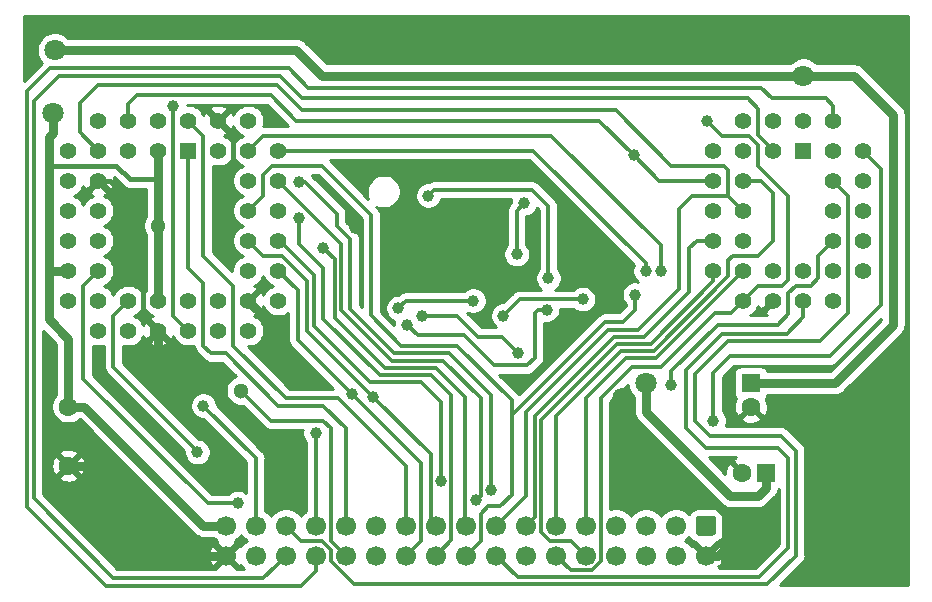
<source format=gbl>
%TF.GenerationSoftware,KiCad,Pcbnew,(5.1.12)-1*%
%TF.CreationDate,2024-01-28T09:01:29+01:00*%
%TF.ProjectId,EREBUS,45524542-5553-42e6-9b69-6361645f7063,rev?*%
%TF.SameCoordinates,PX6d01460PY60e4b00*%
%TF.FileFunction,Copper,L2,Bot*%
%TF.FilePolarity,Positive*%
%FSLAX46Y46*%
G04 Gerber Fmt 4.6, Leading zero omitted, Abs format (unit mm)*
G04 Created by KiCad (PCBNEW (5.1.12)-1) date 2024-01-28 09:01:29*
%MOMM*%
%LPD*%
G01*
G04 APERTURE LIST*
%TA.AperFunction,ComponentPad*%
%ADD10C,1.422400*%
%TD*%
%TA.AperFunction,ComponentPad*%
%ADD11R,1.422400X1.422400*%
%TD*%
%TA.AperFunction,ComponentPad*%
%ADD12C,1.600000*%
%TD*%
%TA.AperFunction,ComponentPad*%
%ADD13R,1.600000X1.600000*%
%TD*%
%TA.AperFunction,ComponentPad*%
%ADD14C,1.700000*%
%TD*%
%TA.AperFunction,ViaPad*%
%ADD15C,1.000000*%
%TD*%
%TA.AperFunction,ViaPad*%
%ADD16C,1.800000*%
%TD*%
%TA.AperFunction,ViaPad*%
%ADD17C,1.300000*%
%TD*%
%TA.AperFunction,Conductor*%
%ADD18C,0.800000*%
%TD*%
%TA.AperFunction,Conductor*%
%ADD19C,0.400000*%
%TD*%
%TA.AperFunction,Conductor*%
%ADD20C,0.350000*%
%TD*%
%TA.AperFunction,Conductor*%
%ADD21C,0.254000*%
%TD*%
%TA.AperFunction,Conductor*%
%ADD22C,0.100000*%
%TD*%
G04 APERTURE END LIST*
D10*
%TO.P,U2,29*%
%TO.N,/A8*%
X71755000Y37465000D03*
%TO.P,U2,27*%
%TO.N,/A11*%
X71755000Y34925000D03*
%TO.P,U2,25*%
%TO.N,/ROM_OE*%
X71755000Y32385000D03*
%TO.P,U2,23*%
%TO.N,/ROM_CE*%
X71755000Y29845000D03*
%TO.P,U2,28*%
%TO.N,/A9*%
X69215000Y34925000D03*
%TO.P,U2,26*%
%TO.N,Net-(U2-Pad26)*%
X69215000Y32385000D03*
%TO.P,U2,24*%
%TO.N,/A10*%
X69215000Y29845000D03*
%TO.P,U2,22*%
%TO.N,/D7*%
X69215000Y27305000D03*
%TO.P,U2,20*%
%TO.N,/D5*%
X69215000Y24765000D03*
%TO.P,U2,18*%
%TO.N,/D3*%
X66675000Y24765000D03*
%TO.P,U2,16*%
%TO.N,GND*%
X64135000Y24765000D03*
%TO.P,U2,14*%
%TO.N,/D1*%
X61595000Y24765000D03*
%TO.P,U2,21*%
%TO.N,/D6*%
X71755000Y27305000D03*
%TO.P,U2,19*%
%TO.N,/D4*%
X66675000Y27305000D03*
%TO.P,U2,17*%
%TO.N,Net-(U2-Pad17)*%
X64135000Y27305000D03*
%TO.P,U2,15*%
%TO.N,/D2*%
X61595000Y27305000D03*
%TO.P,U2,13*%
%TO.N,/D0*%
X59055000Y27305000D03*
%TO.P,U2,11*%
%TO.N,/A0*%
X59055000Y29845000D03*
%TO.P,U2,9*%
%TO.N,/A2*%
X59055000Y32385000D03*
%TO.P,U2,7*%
%TO.N,/A4*%
X59055000Y34925000D03*
%TO.P,U2,5*%
%TO.N,/A6*%
X59055000Y37465000D03*
%TO.P,U2,12*%
%TO.N,Net-(U2-Pad12)*%
X61595000Y29845000D03*
%TO.P,U2,10*%
%TO.N,/A1*%
X61595000Y32385000D03*
%TO.P,U2,8*%
%TO.N,/A3*%
X61595000Y34925000D03*
%TO.P,U2,6*%
%TO.N,/A5*%
X61595000Y37465000D03*
%TO.P,U2,30*%
%TO.N,/A13*%
X69215000Y40005000D03*
%TO.P,U2,32*%
%TO.N,VCC*%
X66675000Y40005000D03*
%TO.P,U2,4*%
%TO.N,/A7*%
X61595000Y40005000D03*
%TO.P,U2,2*%
%TO.N,/A15M*%
X64135000Y40005000D03*
%TO.P,U2,31*%
%TO.N,/A14M*%
X69215000Y37465000D03*
%TO.P,U2,3*%
%TO.N,/A12*%
X64135000Y37465000D03*
D11*
%TO.P,U2,1*%
%TO.N,Net-(U2-Pad1)*%
X66675000Y37465000D03*
%TD*%
D10*
%TO.P,U1,39*%
%TO.N,/D2*%
X22225000Y37465000D03*
%TO.P,U1,37*%
%TO.N,/D3*%
X22225000Y34925000D03*
%TO.P,U1,35*%
%TO.N,VCC*%
X22225000Y32385000D03*
%TO.P,U1,33*%
%TO.N,/D6*%
X22225000Y29845000D03*
%TO.P,U1,31*%
%TO.N,/D7*%
X22225000Y27305000D03*
%TO.P,U1,40*%
%TO.N,/D1*%
X19685000Y40005000D03*
%TO.P,U1,38*%
%TO.N,Net-(U1-Pad38)*%
X19685000Y34925000D03*
%TO.P,U1,36*%
%TO.N,/D4*%
X19685000Y32385000D03*
%TO.P,U1,34*%
%TO.N,/D5*%
X19685000Y29845000D03*
%TO.P,U1,32*%
%TO.N,Net-(U1-Pad32)*%
X19685000Y27305000D03*
%TO.P,U1,30*%
%TO.N,GND*%
X19685000Y24765000D03*
%TO.P,U1,28*%
%TO.N,/MISO*%
X19685000Y22225000D03*
%TO.P,U1,26*%
%TO.N,/CS*%
X17145000Y22225000D03*
%TO.P,U1,24*%
%TO.N,/A15M*%
X14605000Y22225000D03*
%TO.P,U1,22*%
%TO.N,GND*%
X12065000Y22225000D03*
%TO.P,U1,20*%
%TO.N,/A14*%
X9525000Y22225000D03*
%TO.P,U1,18*%
%TO.N,/PHI2*%
X6985000Y22225000D03*
%TO.P,U1,29*%
%TO.N,/MOSI*%
X22225000Y24765000D03*
%TO.P,U1,27*%
%TO.N,/SCK*%
X17145000Y24765000D03*
%TO.P,U1,25*%
%TO.N,/A2*%
X14605000Y24765000D03*
%TO.P,U1,23*%
%TO.N,VCC*%
X12065000Y24765000D03*
%TO.P,U1,21*%
%TO.N,/~IOCTRL*%
X9525000Y24765000D03*
%TO.P,U1,19*%
%TO.N,/~RESET*%
X6985000Y24765000D03*
%TO.P,U1,17*%
%TO.N,/~IO*%
X4445000Y24765000D03*
%TO.P,U1,15*%
%TO.N,VCC*%
X4445000Y27305000D03*
%TO.P,U1,13*%
%TO.N,Net-(U1-Pad13)*%
X4445000Y29845000D03*
%TO.P,U1,11*%
%TO.N,/R_~W*%
X4445000Y32385000D03*
%TO.P,U1,9*%
%TO.N,/A0*%
X4445000Y34925000D03*
%TO.P,U1,7*%
%TO.N,Net-(U1-Pad7)*%
X4445000Y37465000D03*
%TO.P,U1,16*%
%TO.N,/A15*%
X6985000Y27305000D03*
%TO.P,U1,14*%
%TO.N,/ROM_CE*%
X6985000Y29845000D03*
%TO.P,U1,12*%
%TO.N,/A14M*%
X6985000Y32385000D03*
%TO.P,U1,10*%
%TO.N,GND*%
X6985000Y34925000D03*
%TO.P,U1,8*%
%TO.N,/A1*%
X6985000Y37465000D03*
%TO.P,U1,42*%
%TO.N,GND*%
X17145000Y40005000D03*
%TO.P,U1,44*%
%TO.N,/A5*%
X14605000Y40005000D03*
%TO.P,U1,6*%
%TO.N,/ROM_OE*%
X6985000Y40005000D03*
%TO.P,U1,4*%
%TO.N,/A4*%
X9525000Y40005000D03*
%TO.P,U1,2*%
%TO.N,/A6*%
X12065000Y40005000D03*
%TO.P,U1,41*%
%TO.N,/D0*%
X19685000Y37465000D03*
%TO.P,U1,43*%
%TO.N,Net-(U1-Pad43)*%
X17145000Y37465000D03*
%TO.P,U1,5*%
%TO.N,/A3*%
X9525000Y37465000D03*
%TO.P,U1,3*%
%TO.N,VCC*%
X12065000Y37465000D03*
D11*
%TO.P,U1,1*%
%TO.N,/A7*%
X14605000Y37465000D03*
%TD*%
D12*
%TO.P,C3,2*%
%TO.N,GND*%
X61500000Y10160000D03*
D13*
%TO.P,C3,1*%
%TO.N,+3V3*%
X63500000Y10160000D03*
%TD*%
D14*
%TO.P,J1,34*%
%TO.N,GND*%
X17780000Y3175000D03*
%TO.P,J1,32*%
%TO.N,/A11*%
X20320000Y3175000D03*
%TO.P,J1,30*%
%TO.N,/A12*%
X22860000Y3175000D03*
%TO.P,J1,28*%
%TO.N,/A13*%
X25400000Y3175000D03*
%TO.P,J1,26*%
%TO.N,/A14*%
X27940000Y3175000D03*
%TO.P,J1,24*%
%TO.N,/A15*%
X30480000Y3175000D03*
%TO.P,J1,22*%
%TO.N,/D7*%
X33020000Y3175000D03*
%TO.P,J1,20*%
%TO.N,/A4*%
X35560000Y3175000D03*
%TO.P,J1,18*%
%TO.N,/D4*%
X38100000Y3175000D03*
%TO.P,J1,16*%
%TO.N,/D3*%
X40640000Y3175000D03*
%TO.P,J1,14*%
%TO.N,/D6*%
X43180000Y3175000D03*
%TO.P,J1,12*%
%TO.N,/D1*%
X45720000Y3175000D03*
%TO.P,J1,10*%
%TO.N,/D0*%
X48260000Y3175000D03*
%TO.P,J1,8*%
%TO.N,/~IRQ*%
X50800000Y3175000D03*
%TO.P,J1,6*%
%TO.N,/~IOCTRL*%
X53340000Y3175000D03*
%TO.P,J1,4*%
%TO.N,/~RESET*%
X55880000Y3175000D03*
%TO.P,J1,2*%
%TO.N,GND*%
X58420000Y3175000D03*
%TO.P,J1,33*%
%TO.N,VCC*%
X17780000Y5715000D03*
%TO.P,J1,31*%
%TO.N,/A10*%
X20320000Y5715000D03*
%TO.P,J1,29*%
%TO.N,/A9*%
X22860000Y5715000D03*
%TO.P,J1,27*%
%TO.N,/A8*%
X25400000Y5715000D03*
%TO.P,J1,25*%
%TO.N,/A7*%
X27940000Y5715000D03*
%TO.P,J1,23*%
%TO.N,/A6*%
X30480000Y5715000D03*
%TO.P,J1,21*%
%TO.N,/A5*%
X33020000Y5715000D03*
%TO.P,J1,19*%
%TO.N,/D5*%
X35560000Y5715000D03*
%TO.P,J1,17*%
%TO.N,/A2*%
X38100000Y5715000D03*
%TO.P,J1,15*%
%TO.N,/A1*%
X40640000Y5715000D03*
%TO.P,J1,13*%
%TO.N,/A0*%
X43180000Y5715000D03*
%TO.P,J1,11*%
%TO.N,/A3*%
X45720000Y5715000D03*
%TO.P,J1,9*%
%TO.N,/D2*%
X48260000Y5715000D03*
%TO.P,J1,7*%
%TO.N,/R_~W*%
X50800000Y5715000D03*
%TO.P,J1,5*%
%TO.N,/~IO*%
X53340000Y5715000D03*
%TO.P,J1,3*%
%TO.N,/PHI2*%
X55880000Y5715000D03*
%TO.P,J1,1*%
%TO.N,/~MAP*%
%TA.AperFunction,ComponentPad*%
G36*
G01*
X57820000Y6565000D02*
X59020000Y6565000D01*
G75*
G02*
X59270000Y6315000I0J-250000D01*
G01*
X59270000Y5115000D01*
G75*
G02*
X59020000Y4865000I-250000J0D01*
G01*
X57820000Y4865000D01*
G75*
G02*
X57570000Y5115000I0J250000D01*
G01*
X57570000Y6315000D01*
G75*
G02*
X57820000Y6565000I250000J0D01*
G01*
G37*
%TD.AperFunction*%
%TD*%
D12*
%TO.P,C2,2*%
%TO.N,VCC*%
X4445000Y15795000D03*
%TO.P,C2,1*%
%TO.N,GND*%
X4445000Y10795000D03*
%TD*%
%TO.P,C1,2*%
%TO.N,GND*%
X62230000Y15780000D03*
D13*
%TO.P,C1,1*%
%TO.N,VCC*%
X62230000Y17780000D03*
%TD*%
D15*
%TO.N,GND*%
X28704300Y30880800D03*
D16*
X23495000Y18415000D03*
X45593000Y21717000D03*
X51435000Y16510000D03*
X50546000Y27305000D03*
D17*
X17272000Y32385000D03*
D16*
X17272000Y9144000D03*
%TO.N,VCC*%
X66675000Y43815000D03*
D17*
X12065000Y31115000D03*
D16*
X3175000Y40640000D03*
X3302000Y45974000D03*
D15*
%TO.N,/D0*%
X54610000Y27305000D03*
%TO.N,/D1*%
X58547000Y40005000D03*
%TO.N,/D2*%
X53340000Y27305000D03*
%TO.N,/D3*%
X38989000Y7874000D03*
%TO.N,/D4*%
X52439500Y25261500D03*
%TO.N,/D5*%
X30226000Y16637000D03*
%TO.N,/D6*%
X35990800Y9525000D03*
%TO.N,/D7*%
X28448000Y16891000D03*
%TO.N,/A2*%
X26035000Y29210000D03*
%TO.N,/A4*%
X52324000Y37084000D03*
X24003000Y31750000D03*
%TO.N,/A6*%
X40259000Y8763000D03*
X24003000Y34798000D03*
%TO.N,/A8*%
X25400000Y13589000D03*
X59055000Y14605000D03*
%TO.N,/A10*%
X15875000Y15875000D03*
X55499000Y17653000D03*
D17*
%TO.N,/A14*%
X19050000Y17145000D03*
D15*
%TO.N,/A15*%
X18796000Y7620000D03*
%TO.N,/~IOCTRL*%
X15367000Y11938000D03*
%TO.N,Net-(J2-Pad5)*%
X42418000Y28702000D03*
X43053000Y33020000D03*
%TO.N,/MISO*%
X42545000Y20320000D03*
X34417000Y23495000D03*
%TO.N,/A15M*%
X13335000Y41275000D03*
D16*
%TO.N,+3V3*%
X53340000Y17780000D03*
D15*
%TO.N,Net-(J2-Pad1)*%
X34925000Y33655000D03*
X45085000Y26670000D03*
%TO.N,Net-(R4-Pad2)*%
X41275000Y23495000D03*
X48006000Y24892000D03*
%TO.N,Net-(R2-Pad1)*%
X38735000Y24765000D03*
X32385000Y24130000D03*
%TO.N,Net-(R3-Pad1)*%
X44958000Y24003000D03*
X33147000Y22733000D03*
%TD*%
D18*
%TO.N,GND*%
X19685000Y24765000D02*
X21590000Y22860000D01*
X21590000Y20320000D02*
X23495000Y18415000D01*
X21590000Y22860000D02*
X21590000Y20320000D01*
X60452000Y4191000D02*
X59436000Y3175000D01*
X59436000Y3175000D02*
X58420000Y3175000D01*
X60452000Y6350000D02*
X60452000Y4191000D01*
X59182000Y7620000D02*
X60452000Y6350000D01*
X55880000Y7620000D02*
X59182000Y7620000D01*
X51435000Y12065000D02*
X55880000Y7620000D01*
X51435000Y16510000D02*
X51435000Y12065000D01*
X45593000Y21717000D02*
X47117000Y21717000D01*
X50546000Y25146000D02*
X50546000Y27305000D01*
X47117000Y21717000D02*
X50546000Y25146000D01*
D19*
X17145000Y40005000D02*
X17145000Y39878000D01*
X17145000Y39878000D02*
X18415000Y38608000D01*
X18415000Y38608000D02*
X18415000Y36068000D01*
X17272000Y34925000D02*
X17272000Y32385000D01*
X18415000Y36068000D02*
X17272000Y34925000D01*
X6985000Y34925000D02*
X8001000Y34925000D01*
X8001000Y34925000D02*
X9398000Y33528000D01*
X9398000Y33528000D02*
X9398000Y27813000D01*
X9398000Y27813000D02*
X10795000Y26416000D01*
X10795000Y23495000D02*
X12065000Y22225000D01*
X10795000Y26416000D02*
X10795000Y23495000D01*
D18*
X17272000Y9144000D02*
X17272000Y12065000D01*
X12065000Y17272000D02*
X12065000Y22225000D01*
X17272000Y12065000D02*
X12065000Y17272000D01*
X17780000Y3175000D02*
X15240000Y3175000D01*
X7620000Y10795000D02*
X4445000Y10795000D01*
X15240000Y3175000D02*
X7620000Y10795000D01*
%TO.N,VCC*%
X4445000Y15795000D02*
X5795000Y15795000D01*
X15875000Y5715000D02*
X17780000Y5715000D01*
X5795000Y15795000D02*
X15875000Y5715000D01*
X12065000Y28575000D02*
X12065000Y24765000D01*
X12065000Y31115000D02*
X12065000Y28575000D01*
X4445000Y15795000D02*
X4445000Y21534640D01*
X3175000Y38989000D02*
X3175000Y40640000D01*
X2794000Y38608000D02*
X3175000Y38989000D01*
X25908000Y43815000D02*
X66675000Y43815000D01*
X23749000Y45974000D02*
X25908000Y43815000D01*
X3302000Y45974000D02*
X23749000Y45974000D01*
X2794000Y23185640D02*
X4445000Y21534640D01*
X4445000Y27305000D02*
X2921000Y27305000D01*
X2921000Y27305000D02*
X2794000Y27178000D01*
X2794000Y27178000D02*
X2794000Y23185640D01*
X74295000Y22733000D02*
X69342000Y17780000D01*
X74295000Y40513000D02*
X74295000Y22733000D01*
X69342000Y17780000D02*
X62230000Y17780000D01*
X70993000Y43815000D02*
X74295000Y40513000D01*
X66675000Y43815000D02*
X70993000Y43815000D01*
X2794000Y27178000D02*
X2794000Y36068000D01*
X2794000Y36068000D02*
X2794000Y38608000D01*
X12065000Y35052000D02*
X12065000Y31115000D01*
X12065000Y37465000D02*
X12065000Y35052000D01*
D19*
X9652000Y35052000D02*
X12065000Y35052000D01*
X8509000Y36195000D02*
X9652000Y35052000D01*
X2921000Y36195000D02*
X8509000Y36195000D01*
X2794000Y36068000D02*
X2921000Y36195000D01*
D20*
%TO.N,/D0*%
X46990000Y4445000D02*
X48260000Y3175000D01*
X45215500Y4445000D02*
X46990000Y4445000D01*
X44494600Y5165900D02*
X45215500Y4445000D01*
X44494600Y14687400D02*
X44494600Y5165900D01*
X50908100Y21100900D02*
X44494600Y14687400D01*
X53739900Y21100900D02*
X50908100Y21100900D01*
X59055000Y26416000D02*
X53739900Y21100900D01*
X59055000Y27305000D02*
X59055000Y26416000D01*
X20955000Y38735000D02*
X19685000Y37465000D01*
X45309300Y38735000D02*
X20955000Y38735000D01*
X54610000Y29434300D02*
X45309300Y38735000D01*
X54610000Y27305000D02*
X54610000Y29434300D01*
%TO.N,/D1*%
X59182000Y23749000D02*
X60579000Y23749000D01*
X60579000Y23749000D02*
X61595000Y24765000D01*
X54610000Y19177000D02*
X59182000Y23749000D01*
X52197000Y19177000D02*
X54610000Y19177000D01*
X49530000Y16510000D02*
X52197000Y19177000D01*
X49530000Y2702300D02*
X49530000Y16510000D01*
X48748400Y1920700D02*
X49530000Y2702300D01*
X46974300Y1920700D02*
X48748400Y1920700D01*
X45720000Y3175000D02*
X46974300Y1920700D01*
X59817000Y38735000D02*
X58547000Y40005000D01*
X62103000Y38735000D02*
X59817000Y38735000D01*
X62865000Y37973000D02*
X62103000Y38735000D01*
X62865000Y36195000D02*
X62865000Y37973000D01*
X65405000Y26543000D02*
X65405000Y33655000D01*
X65405000Y33655000D02*
X62865000Y36195000D01*
X64897000Y26035000D02*
X65405000Y26543000D01*
X62865000Y26035000D02*
X64897000Y26035000D01*
X61595000Y24765000D02*
X62865000Y26035000D01*
%TO.N,/D2*%
X48260000Y5715000D02*
X48260000Y16510000D01*
X43790100Y37465000D02*
X22225000Y37465000D01*
X53340000Y27915100D02*
X43790100Y37465000D01*
X53340000Y27305000D02*
X53340000Y27915100D01*
X54165500Y19875500D02*
X61595000Y27305000D01*
X51625500Y19875500D02*
X54165500Y19875500D01*
X48260000Y16510000D02*
X51625500Y19875500D01*
%TO.N,/D3*%
X66675000Y23368000D02*
X66675000Y24765000D01*
X65278000Y21971000D02*
X66675000Y23368000D01*
X59817000Y21971000D02*
X65278000Y21971000D01*
X56769000Y18923000D02*
X59817000Y21971000D01*
X56769000Y13970000D02*
X56769000Y18923000D01*
X58420000Y12319000D02*
X56769000Y13970000D01*
X64516000Y12319000D02*
X58420000Y12319000D01*
X65405000Y11430000D02*
X64516000Y12319000D01*
X65405000Y3810000D02*
X65405000Y11430000D01*
X62929600Y1334600D02*
X65405000Y3810000D01*
X42480400Y1334600D02*
X62929600Y1334600D01*
X40640000Y3175000D02*
X42480400Y1334600D01*
X27559000Y29591000D02*
X22225000Y34925000D01*
X27559000Y24003000D02*
X27559000Y29591000D01*
X31877000Y19685000D02*
X27559000Y24003000D01*
X36195000Y19685000D02*
X31877000Y19685000D01*
X39370000Y16510000D02*
X36195000Y19685000D01*
X39370000Y8255000D02*
X39370000Y16510000D01*
X38989000Y7874000D02*
X39370000Y8255000D01*
%TO.N,/D4*%
X39360700Y4435700D02*
X38100000Y3175000D01*
X40005000Y7366000D02*
X39360700Y6721700D01*
X41021000Y7366000D02*
X40005000Y7366000D01*
X41973500Y8318500D02*
X41021000Y7366000D01*
X39360700Y6721700D02*
X39360700Y4435700D01*
X52439500Y23991500D02*
X52439500Y25261500D01*
X41973500Y15049500D02*
X41973500Y8318500D01*
X51435000Y22987000D02*
X49911000Y22987000D01*
X49911000Y22987000D02*
X41973500Y15049500D01*
X51435000Y22987000D02*
X52439500Y23991500D01*
X41973500Y16319500D02*
X41973500Y15049500D01*
X37338000Y20955000D02*
X41973500Y16319500D01*
X32639000Y20955000D02*
X37338000Y20955000D01*
X30088600Y23505400D02*
X32639000Y20955000D01*
X30088600Y31993600D02*
X30088600Y23505400D01*
X25887200Y36195000D02*
X30088600Y31993600D01*
X21709350Y36195000D02*
X25887200Y36195000D01*
X20955000Y35440650D02*
X21709350Y36195000D01*
X20955000Y33655000D02*
X20955000Y35440650D01*
X19685000Y32385000D02*
X20955000Y33655000D01*
%TO.N,/D5*%
X35109600Y6165400D02*
X35560000Y5715000D01*
X30226000Y16637000D02*
X24665650Y22197350D01*
X20955000Y28575000D02*
X19685000Y29845000D01*
X24665650Y22197350D02*
X24665650Y26443650D01*
X24665650Y26443650D02*
X22534300Y28575000D01*
X22534300Y28575000D02*
X20955000Y28575000D01*
X30226000Y16625200D02*
X35109600Y11741600D01*
X30226000Y16637000D02*
X30226000Y16625200D01*
X35109600Y11741600D02*
X35109600Y6165400D01*
%TO.N,/D6*%
X22365800Y29845000D02*
X22225000Y29845000D01*
X25279900Y26930900D02*
X22365800Y29845000D01*
X29965100Y17913900D02*
X25279900Y22599100D01*
X25279900Y22599100D02*
X25279900Y26930900D01*
X34296900Y17913900D02*
X29965100Y17913900D01*
X35990800Y16220000D02*
X34296900Y17913900D01*
X35990800Y9525000D02*
X35990800Y16220000D01*
%TO.N,/D7*%
X28448000Y16891000D02*
X34290000Y11049000D01*
X34290000Y11049000D02*
X34290000Y4445000D01*
X34290000Y4445000D02*
X33020000Y3175000D01*
X28448000Y16891000D02*
X23876000Y21463000D01*
X23876000Y21463000D02*
X23876000Y25654000D01*
X23876000Y25654000D02*
X22225000Y27305000D01*
%TO.N,/A0*%
X57658000Y29845000D02*
X59055000Y29845000D01*
X57023000Y29210000D02*
X57658000Y29845000D01*
X53149500Y21653500D02*
X57023000Y25527000D01*
X57023000Y25527000D02*
X57023000Y29210000D01*
X43180000Y5715000D02*
X43935900Y6470900D01*
X50609500Y21653500D02*
X43935900Y14979900D01*
X53149500Y21653500D02*
X50609500Y21653500D01*
X43935900Y6470900D02*
X43935900Y14979900D01*
%TO.N,/A1*%
X60325000Y33655000D02*
X61595000Y32385000D01*
X5397500Y39052500D02*
X6985000Y37465000D01*
X5397500Y41465500D02*
X5397500Y39052500D01*
X6985000Y43053000D02*
X5397500Y41465500D01*
X22098000Y43053000D02*
X6985000Y43053000D01*
X24257000Y40894000D02*
X22098000Y43053000D01*
X50800000Y40894000D02*
X24257000Y40894000D01*
X55499000Y36195000D02*
X50800000Y40894000D01*
X59944000Y36195000D02*
X55499000Y36195000D01*
X60325000Y35814000D02*
X59944000Y36195000D01*
X60325000Y33655000D02*
X60325000Y35814000D01*
X56134000Y32512000D02*
X57277000Y33655000D01*
X56134000Y25781000D02*
X56134000Y32512000D01*
X52641500Y22288500D02*
X56134000Y25781000D01*
X57277000Y33655000D02*
X60325000Y33655000D01*
X40640000Y5715000D02*
X43180000Y8255000D01*
X50101500Y22288500D02*
X43180000Y15367000D01*
X52641500Y22288500D02*
X50101500Y22288500D01*
X43180000Y8255000D02*
X43180000Y15367000D01*
%TO.N,/A2*%
X26994000Y28251000D02*
X26035000Y29210000D01*
X26994000Y23298000D02*
X26994000Y28251000D01*
X31242000Y19050000D02*
X26994000Y23298000D01*
X35560000Y19050000D02*
X31242000Y19050000D01*
X38005800Y16604200D02*
X35560000Y19050000D01*
X38005800Y5809200D02*
X38005800Y16604200D01*
X38100000Y5715000D02*
X38005800Y5809200D01*
%TO.N,/A3*%
X45720000Y14986000D02*
X45720000Y5715000D01*
X51244500Y20510500D02*
X45720000Y14986000D01*
X54022100Y20510500D02*
X51244500Y20510500D01*
X60325000Y26813400D02*
X54022100Y20510500D01*
X60325000Y28194000D02*
X60325000Y26813400D01*
X60706000Y28575000D02*
X60325000Y28194000D01*
X62865000Y28575000D02*
X60706000Y28575000D01*
X64135000Y29845000D02*
X62865000Y28575000D01*
X64135000Y33909000D02*
X64135000Y29845000D01*
X63119000Y34925000D02*
X64135000Y33909000D01*
X61595000Y34925000D02*
X63119000Y34925000D01*
%TO.N,/A4*%
X9525000Y40005000D02*
X9525000Y41402000D01*
X9525000Y41402000D02*
X10287000Y42164000D01*
X10287000Y42164000D02*
X18415000Y42164000D01*
X23749000Y40005000D02*
X21590000Y42164000D01*
X18415000Y42164000D02*
X21590000Y42164000D01*
X30791150Y18484850D02*
X26041350Y23234650D01*
X35121850Y18484850D02*
X30791150Y18484850D01*
X36872000Y16734700D02*
X35121850Y18484850D01*
X36872000Y4487000D02*
X36872000Y16734700D01*
X26041350Y23234650D02*
X26041350Y27565350D01*
X35560000Y3175000D02*
X36872000Y4487000D01*
X24009350Y31743650D02*
X24009350Y29597350D01*
X24003000Y31750000D02*
X24009350Y31743650D01*
X26041350Y27565350D02*
X24009350Y29597350D01*
X54483000Y34925000D02*
X57785000Y34925000D01*
X52324000Y37084000D02*
X54483000Y34925000D01*
X59055000Y34925000D02*
X57785000Y34925000D01*
X49403000Y40005000D02*
X49276000Y40005000D01*
X52324000Y37084000D02*
X49403000Y40005000D01*
X49276000Y40005000D02*
X23749000Y40005000D01*
%TO.N,/A5*%
X15875000Y38735000D02*
X14605000Y40005000D01*
X15875000Y28575000D02*
X15875000Y38735000D01*
X18415000Y26035000D02*
X15875000Y28575000D01*
X18415000Y20955000D02*
X18415000Y26035000D01*
X22860000Y16510000D02*
X27305000Y16510000D01*
X22860000Y16510000D02*
X18415000Y20955000D01*
X33020000Y10795000D02*
X33020000Y5715000D01*
X27305000Y16510000D02*
X33020000Y10795000D01*
%TO.N,/A6*%
X40259000Y8890000D02*
X40386000Y8763000D01*
X40259000Y16764000D02*
X40259000Y8890000D01*
X36703000Y20320000D02*
X40259000Y16764000D01*
X32046010Y20320000D02*
X36703000Y20320000D01*
X28321000Y24045010D02*
X32046010Y20320000D01*
X28321000Y29972000D02*
X28321000Y24045010D01*
X27178000Y31115000D02*
X28321000Y29972000D01*
X27178000Y32131000D02*
X27178000Y31115000D01*
X24511000Y34798000D02*
X27178000Y32131000D01*
X24003000Y34798000D02*
X24511000Y34798000D01*
%TO.N,/A7*%
X14605000Y27559000D02*
X14605000Y37465000D01*
X15875000Y26289000D02*
X14605000Y27559000D01*
X15875000Y20955000D02*
X15875000Y26289000D01*
X16510000Y20320000D02*
X15875000Y20955000D01*
X17780000Y20320000D02*
X16510000Y20320000D01*
X22225000Y15875000D02*
X26035000Y15875000D01*
X22225000Y15875000D02*
X17780000Y20320000D01*
X27940000Y13970000D02*
X27940000Y5715000D01*
X26035000Y15875000D02*
X27940000Y13970000D01*
%TO.N,/A8*%
X25400000Y5715000D02*
X25400000Y13589000D01*
X59055000Y18669000D02*
X59055000Y14605000D01*
X60452000Y20066000D02*
X59055000Y18669000D01*
X68961000Y20066000D02*
X60452000Y20066000D01*
X73279000Y24384000D02*
X68961000Y20066000D01*
X73279000Y35941000D02*
X73279000Y24384000D01*
X71755000Y37465000D02*
X73279000Y35941000D01*
%TO.N,/A9*%
X24130000Y4445000D02*
X22860000Y5715000D01*
X25891600Y4445000D02*
X24130000Y4445000D01*
X26670000Y3666600D02*
X25891600Y4445000D01*
X69215000Y34925000D02*
X70485000Y33655000D01*
X68072000Y21336000D02*
X60325000Y21336000D01*
X26670000Y2700700D02*
X26670000Y3666600D01*
X70485000Y33655000D02*
X70485000Y23749000D01*
X58801000Y13335000D02*
X64770000Y13335000D01*
X70485000Y23749000D02*
X68072000Y21336000D01*
X63604400Y739400D02*
X28631300Y739400D01*
X60325000Y21336000D02*
X57531000Y18542000D01*
X57531000Y18542000D02*
X57531000Y14605000D01*
X64770000Y13335000D02*
X66040000Y12065000D01*
X57531000Y14605000D02*
X58801000Y13335000D01*
X66040000Y12065000D02*
X66040000Y3175000D01*
X66040000Y3175000D02*
X63604400Y739400D01*
X28631300Y739400D02*
X26670000Y2700700D01*
%TO.N,/A10*%
X20320000Y11430000D02*
X20320000Y5715000D01*
X15875000Y15875000D02*
X20320000Y11430000D01*
X67945000Y28575000D02*
X69215000Y29845000D01*
X67945000Y26670000D02*
X67945000Y28575000D01*
X66040000Y26035000D02*
X67310000Y26035000D01*
X65405000Y25400000D02*
X66040000Y26035000D01*
X65405000Y23622000D02*
X65405000Y25400000D01*
X64516000Y22733000D02*
X65405000Y23622000D01*
X59436000Y22733000D02*
X64516000Y22733000D01*
X67310000Y26035000D02*
X67945000Y26670000D01*
X55499000Y18796000D02*
X59436000Y22733000D01*
X55499000Y17653000D02*
X55499000Y18796000D01*
%TO.N,/A12*%
X22010001Y2325001D02*
X22860000Y3175000D01*
X20955000Y1270000D02*
X22010001Y2325001D01*
X8255000Y1270000D02*
X20955000Y1270000D01*
X1504800Y8020200D02*
X8255000Y1270000D01*
X61976000Y41910000D02*
X24257000Y41910000D01*
X62865000Y41021000D02*
X61976000Y41910000D01*
X62865000Y38750832D02*
X62865000Y41021000D01*
X64135000Y37480832D02*
X62865000Y38750832D01*
X64135000Y37465000D02*
X64135000Y37480832D01*
X22352000Y43815000D02*
X3683000Y43815000D01*
X3683000Y43815000D02*
X1504800Y41636800D01*
X1504800Y41636800D02*
X1504800Y8020200D01*
X24257000Y41910000D02*
X22352000Y43815000D01*
%TO.N,/A13*%
X25400000Y1905000D02*
X25400000Y3175000D01*
X24130000Y635000D02*
X25400000Y1905000D01*
X7620000Y635000D02*
X24130000Y635000D01*
X948500Y42477500D02*
X948500Y7306500D01*
X2921000Y44450000D02*
X948500Y42477500D01*
X69215000Y41275000D02*
X68580000Y41910000D01*
X948500Y7306500D02*
X7620000Y635000D01*
X69215000Y40005000D02*
X69215000Y41275000D01*
X68580000Y41910000D02*
X64008000Y41910000D01*
X64008000Y41910000D02*
X63119000Y42799000D01*
X24765000Y42799000D02*
X23114000Y44450000D01*
X63119000Y42799000D02*
X24765000Y42799000D01*
X23114000Y44450000D02*
X2921000Y44450000D01*
%TO.N,/A14*%
X26670000Y4445000D02*
X27940000Y3175000D01*
X26670000Y13970000D02*
X26670000Y4445000D01*
X26035000Y14605000D02*
X26670000Y13970000D01*
X21590000Y14605000D02*
X26035000Y14605000D01*
X19050000Y17145000D02*
X21590000Y14605000D01*
%TO.N,/A15*%
X5715000Y26035000D02*
X6985000Y27305000D01*
X5715000Y18161000D02*
X5715000Y26035000D01*
X16256000Y7620000D02*
X5715000Y18161000D01*
X18796000Y7620000D02*
X16256000Y7620000D01*
%TO.N,/~IOCTRL*%
X8255000Y23495000D02*
X9525000Y24765000D01*
X15367000Y11938000D02*
X15367000Y12065000D01*
X15367000Y12065000D02*
X8255000Y19177000D01*
X8255000Y19177000D02*
X8255000Y23495000D01*
%TO.N,Net-(J2-Pad5)*%
X42418000Y28702000D02*
X42418000Y32385000D01*
X42418000Y32385000D02*
X43053000Y33020000D01*
%TO.N,/MISO*%
X41148000Y21717000D02*
X42545000Y20320000D01*
X37338000Y23495000D02*
X39116000Y21717000D01*
X34417000Y23495000D02*
X37338000Y23495000D01*
X39116000Y21717000D02*
X41148000Y21717000D01*
%TO.N,/A15M*%
X13335000Y23495000D02*
X14605000Y22225000D01*
X13335000Y41275000D02*
X13335000Y23495000D01*
D18*
%TO.N,+3V3*%
X53340000Y15367000D02*
X53340000Y17780000D01*
X60452000Y8255000D02*
X53340000Y15367000D01*
X62865000Y8255000D02*
X60452000Y8255000D01*
X63500000Y8890000D02*
X62865000Y8255000D01*
X63500000Y10160000D02*
X63500000Y8890000D01*
D20*
%TO.N,Net-(J2-Pad1)*%
X35424999Y34154999D02*
X43679999Y34154999D01*
X34925000Y33655000D02*
X35424999Y34154999D01*
X45085000Y32749998D02*
X45085000Y26670000D01*
X43679999Y34154999D02*
X45085000Y32749998D01*
%TO.N,Net-(R4-Pad2)*%
X42672000Y24892000D02*
X41275000Y23495000D01*
X48006000Y24892000D02*
X42672000Y24892000D01*
%TO.N,Net-(R2-Pad1)*%
X33020000Y24765000D02*
X32385000Y24130000D01*
X38735000Y24765000D02*
X33020000Y24765000D01*
%TO.N,Net-(R3-Pad1)*%
X44958000Y24003000D02*
X44196000Y24003000D01*
X44196000Y24003000D02*
X43942000Y23749000D01*
X43942000Y23749000D02*
X43942000Y19939000D01*
X43942000Y19939000D02*
X43307000Y19304000D01*
X43307000Y19304000D02*
X40513000Y19304000D01*
X34036000Y21844000D02*
X33147000Y22733000D01*
X37973000Y21844000D02*
X34036000Y21844000D01*
X40513000Y19304000D02*
X37973000Y21844000D01*
%TD*%
D21*
%TO.N,GND*%
X75540000Y660000D02*
X64670512Y660000D01*
X66584618Y2574105D01*
X66615528Y2599472D01*
X66716749Y2722811D01*
X66790659Y2861087D01*
X66791963Y2863526D01*
X66838280Y3016212D01*
X66853919Y3175000D01*
X66850000Y3214791D01*
X66850000Y12025213D01*
X66853919Y12065001D01*
X66845294Y12152571D01*
X66838280Y12223788D01*
X66791963Y12376473D01*
X66737809Y12477788D01*
X66716749Y12517190D01*
X66640893Y12609620D01*
X66615528Y12640528D01*
X66584619Y12665894D01*
X65370899Y13879613D01*
X65345528Y13910528D01*
X65222189Y14011749D01*
X65081473Y14086963D01*
X64928788Y14133280D01*
X64809791Y14145000D01*
X64809788Y14145000D01*
X64770000Y14148919D01*
X64730212Y14145000D01*
X60092977Y14145000D01*
X60146383Y14273933D01*
X60190000Y14493212D01*
X60190000Y14716788D01*
X60175975Y14787298D01*
X61416903Y14787298D01*
X61488486Y14543329D01*
X61743996Y14422429D01*
X62018184Y14353700D01*
X62300512Y14339783D01*
X62580130Y14381213D01*
X62846292Y14476397D01*
X62971514Y14543329D01*
X63043097Y14787298D01*
X62230000Y15600395D01*
X61416903Y14787298D01*
X60175975Y14787298D01*
X60146383Y14936067D01*
X60060824Y15142624D01*
X59936612Y15328520D01*
X59865000Y15400132D01*
X59865000Y18333488D01*
X60787513Y19256000D01*
X68921212Y19256000D01*
X68961000Y19252081D01*
X69000788Y19256000D01*
X69000791Y19256000D01*
X69119788Y19267720D01*
X69272473Y19314037D01*
X69413189Y19389251D01*
X69536528Y19490472D01*
X69561900Y19521388D01*
X73260001Y23219488D01*
X73260001Y23161712D01*
X68913290Y18815000D01*
X63622287Y18815000D01*
X63619502Y18824180D01*
X63560537Y18934494D01*
X63481185Y19031185D01*
X63384494Y19110537D01*
X63274180Y19169502D01*
X63154482Y19205812D01*
X63030000Y19218072D01*
X61430000Y19218072D01*
X61305518Y19205812D01*
X61185820Y19169502D01*
X61075506Y19110537D01*
X60978815Y19031185D01*
X60899463Y18934494D01*
X60840498Y18824180D01*
X60804188Y18704482D01*
X60791928Y18580000D01*
X60791928Y16980000D01*
X60804188Y16855518D01*
X60840498Y16735820D01*
X60899463Y16625506D01*
X60978815Y16528815D01*
X60991758Y16518193D01*
X60872429Y16266004D01*
X60803700Y15991816D01*
X60789783Y15709488D01*
X60831213Y15429870D01*
X60926397Y15163708D01*
X60993329Y15038486D01*
X61237298Y14966903D01*
X62050395Y15780000D01*
X62036253Y15794142D01*
X62215858Y15973747D01*
X62230000Y15959605D01*
X62244143Y15973747D01*
X62423748Y15794142D01*
X62409605Y15780000D01*
X63222702Y14966903D01*
X63466671Y15038486D01*
X63587571Y15293996D01*
X63656300Y15568184D01*
X63670217Y15850512D01*
X63628787Y16130130D01*
X63533603Y16396292D01*
X63468384Y16518309D01*
X63481185Y16528815D01*
X63560537Y16625506D01*
X63619502Y16735820D01*
X63622287Y16745000D01*
X69291172Y16745000D01*
X69342000Y16739994D01*
X69392828Y16745000D01*
X69392838Y16745000D01*
X69544895Y16759976D01*
X69739993Y16819159D01*
X69919797Y16915266D01*
X70077396Y17044604D01*
X70109807Y17084097D01*
X74990908Y21965197D01*
X75030396Y21997604D01*
X75124638Y22112438D01*
X75159734Y22155202D01*
X75230982Y22288499D01*
X75255841Y22335007D01*
X75315024Y22530105D01*
X75330000Y22682162D01*
X75330000Y22682165D01*
X75335007Y22733000D01*
X75330000Y22783835D01*
X75330000Y40462173D01*
X75335006Y40513001D01*
X75330000Y40563829D01*
X75330000Y40563838D01*
X75315024Y40715895D01*
X75255841Y40910993D01*
X75180051Y41052787D01*
X75159734Y41090798D01*
X75062803Y41208908D01*
X75030396Y41248396D01*
X74990908Y41280803D01*
X71760807Y44510903D01*
X71728396Y44550396D01*
X71570797Y44679734D01*
X71390993Y44775841D01*
X71195895Y44835024D01*
X71043838Y44850000D01*
X71043828Y44850000D01*
X70993000Y44855006D01*
X70942172Y44850000D01*
X67810817Y44850000D01*
X67653505Y45007312D01*
X67402095Y45175299D01*
X67122743Y45291011D01*
X66826184Y45350000D01*
X66523816Y45350000D01*
X66227257Y45291011D01*
X65947905Y45175299D01*
X65696495Y45007312D01*
X65539183Y44850000D01*
X26336711Y44850000D01*
X24516807Y46669903D01*
X24484396Y46709396D01*
X24326797Y46838734D01*
X24146993Y46934841D01*
X23951895Y46994024D01*
X23799838Y47009000D01*
X23799828Y47009000D01*
X23749000Y47014006D01*
X23698172Y47009000D01*
X4437817Y47009000D01*
X4280505Y47166312D01*
X4029095Y47334299D01*
X3749743Y47450011D01*
X3453184Y47509000D01*
X3150816Y47509000D01*
X2854257Y47450011D01*
X2574905Y47334299D01*
X2323495Y47166312D01*
X2109688Y46952505D01*
X1941701Y46701095D01*
X1825989Y46421743D01*
X1767000Y46125184D01*
X1767000Y45822816D01*
X1825989Y45526257D01*
X1941701Y45246905D01*
X2109688Y44995495D01*
X2215335Y44889848D01*
X660000Y43334512D01*
X660000Y48870000D01*
X75540001Y48870000D01*
X75540000Y660000D01*
%TA.AperFunction,Conductor*%
D22*
G36*
X75540000Y660000D02*
G01*
X64670512Y660000D01*
X66584618Y2574105D01*
X66615528Y2599472D01*
X66716749Y2722811D01*
X66790659Y2861087D01*
X66791963Y2863526D01*
X66838280Y3016212D01*
X66853919Y3175000D01*
X66850000Y3214791D01*
X66850000Y12025213D01*
X66853919Y12065001D01*
X66845294Y12152571D01*
X66838280Y12223788D01*
X66791963Y12376473D01*
X66737809Y12477788D01*
X66716749Y12517190D01*
X66640893Y12609620D01*
X66615528Y12640528D01*
X66584619Y12665894D01*
X65370899Y13879613D01*
X65345528Y13910528D01*
X65222189Y14011749D01*
X65081473Y14086963D01*
X64928788Y14133280D01*
X64809791Y14145000D01*
X64809788Y14145000D01*
X64770000Y14148919D01*
X64730212Y14145000D01*
X60092977Y14145000D01*
X60146383Y14273933D01*
X60190000Y14493212D01*
X60190000Y14716788D01*
X60175975Y14787298D01*
X61416903Y14787298D01*
X61488486Y14543329D01*
X61743996Y14422429D01*
X62018184Y14353700D01*
X62300512Y14339783D01*
X62580130Y14381213D01*
X62846292Y14476397D01*
X62971514Y14543329D01*
X63043097Y14787298D01*
X62230000Y15600395D01*
X61416903Y14787298D01*
X60175975Y14787298D01*
X60146383Y14936067D01*
X60060824Y15142624D01*
X59936612Y15328520D01*
X59865000Y15400132D01*
X59865000Y18333488D01*
X60787513Y19256000D01*
X68921212Y19256000D01*
X68961000Y19252081D01*
X69000788Y19256000D01*
X69000791Y19256000D01*
X69119788Y19267720D01*
X69272473Y19314037D01*
X69413189Y19389251D01*
X69536528Y19490472D01*
X69561900Y19521388D01*
X73260001Y23219488D01*
X73260001Y23161712D01*
X68913290Y18815000D01*
X63622287Y18815000D01*
X63619502Y18824180D01*
X63560537Y18934494D01*
X63481185Y19031185D01*
X63384494Y19110537D01*
X63274180Y19169502D01*
X63154482Y19205812D01*
X63030000Y19218072D01*
X61430000Y19218072D01*
X61305518Y19205812D01*
X61185820Y19169502D01*
X61075506Y19110537D01*
X60978815Y19031185D01*
X60899463Y18934494D01*
X60840498Y18824180D01*
X60804188Y18704482D01*
X60791928Y18580000D01*
X60791928Y16980000D01*
X60804188Y16855518D01*
X60840498Y16735820D01*
X60899463Y16625506D01*
X60978815Y16528815D01*
X60991758Y16518193D01*
X60872429Y16266004D01*
X60803700Y15991816D01*
X60789783Y15709488D01*
X60831213Y15429870D01*
X60926397Y15163708D01*
X60993329Y15038486D01*
X61237298Y14966903D01*
X62050395Y15780000D01*
X62036253Y15794142D01*
X62215858Y15973747D01*
X62230000Y15959605D01*
X62244143Y15973747D01*
X62423748Y15794142D01*
X62409605Y15780000D01*
X63222702Y14966903D01*
X63466671Y15038486D01*
X63587571Y15293996D01*
X63656300Y15568184D01*
X63670217Y15850512D01*
X63628787Y16130130D01*
X63533603Y16396292D01*
X63468384Y16518309D01*
X63481185Y16528815D01*
X63560537Y16625506D01*
X63619502Y16735820D01*
X63622287Y16745000D01*
X69291172Y16745000D01*
X69342000Y16739994D01*
X69392828Y16745000D01*
X69392838Y16745000D01*
X69544895Y16759976D01*
X69739993Y16819159D01*
X69919797Y16915266D01*
X70077396Y17044604D01*
X70109807Y17084097D01*
X74990908Y21965197D01*
X75030396Y21997604D01*
X75124638Y22112438D01*
X75159734Y22155202D01*
X75230982Y22288499D01*
X75255841Y22335007D01*
X75315024Y22530105D01*
X75330000Y22682162D01*
X75330000Y22682165D01*
X75335007Y22733000D01*
X75330000Y22783835D01*
X75330000Y40462173D01*
X75335006Y40513001D01*
X75330000Y40563829D01*
X75330000Y40563838D01*
X75315024Y40715895D01*
X75255841Y40910993D01*
X75180051Y41052787D01*
X75159734Y41090798D01*
X75062803Y41208908D01*
X75030396Y41248396D01*
X74990908Y41280803D01*
X71760807Y44510903D01*
X71728396Y44550396D01*
X71570797Y44679734D01*
X71390993Y44775841D01*
X71195895Y44835024D01*
X71043838Y44850000D01*
X71043828Y44850000D01*
X70993000Y44855006D01*
X70942172Y44850000D01*
X67810817Y44850000D01*
X67653505Y45007312D01*
X67402095Y45175299D01*
X67122743Y45291011D01*
X66826184Y45350000D01*
X66523816Y45350000D01*
X66227257Y45291011D01*
X65947905Y45175299D01*
X65696495Y45007312D01*
X65539183Y44850000D01*
X26336711Y44850000D01*
X24516807Y46669903D01*
X24484396Y46709396D01*
X24326797Y46838734D01*
X24146993Y46934841D01*
X23951895Y46994024D01*
X23799838Y47009000D01*
X23799828Y47009000D01*
X23749000Y47014006D01*
X23698172Y47009000D01*
X4437817Y47009000D01*
X4280505Y47166312D01*
X4029095Y47334299D01*
X3749743Y47450011D01*
X3453184Y47509000D01*
X3150816Y47509000D01*
X2854257Y47450011D01*
X2574905Y47334299D01*
X2323495Y47166312D01*
X2109688Y46952505D01*
X1941701Y46701095D01*
X1825989Y46421743D01*
X1767000Y46125184D01*
X1767000Y45822816D01*
X1825989Y45526257D01*
X1941701Y45246905D01*
X2109688Y44995495D01*
X2215335Y44889848D01*
X660000Y43334512D01*
X660000Y48870000D01*
X75540001Y48870000D01*
X75540000Y660000D01*
G37*
%TD.AperFunction*%
D21*
X3410001Y21105928D02*
X3410000Y16789396D01*
X3330363Y16709759D01*
X3173320Y16474727D01*
X3065147Y16213574D01*
X3010000Y15936335D01*
X3010000Y15653665D01*
X3065147Y15376426D01*
X3173320Y15115273D01*
X3330363Y14880241D01*
X3530241Y14680363D01*
X3765273Y14523320D01*
X4026426Y14415147D01*
X4303665Y14360000D01*
X4586335Y14360000D01*
X4863574Y14415147D01*
X5124727Y14523320D01*
X5359759Y14680363D01*
X5402843Y14723447D01*
X15107197Y5019092D01*
X15139604Y4979604D01*
X15179092Y4947197D01*
X15297202Y4850266D01*
X15393309Y4798896D01*
X15477007Y4754159D01*
X15672105Y4694976D01*
X15824162Y4680000D01*
X15824165Y4680000D01*
X15875000Y4674993D01*
X15925835Y4680000D01*
X16714893Y4680000D01*
X16833368Y4561525D01*
X17006729Y4445689D01*
X16931208Y4203397D01*
X17780000Y3354605D01*
X18628792Y4203397D01*
X18553271Y4445689D01*
X18726632Y4561525D01*
X18933475Y4768368D01*
X19050000Y4942760D01*
X19166525Y4768368D01*
X19373368Y4561525D01*
X19547760Y4445000D01*
X19373368Y4328475D01*
X19166525Y4121632D01*
X19050689Y3948271D01*
X18808397Y4023792D01*
X17959605Y3175000D01*
X18808397Y2326208D01*
X19050689Y2401729D01*
X19166525Y2228368D01*
X19314893Y2080000D01*
X18608032Y2080000D01*
X18628792Y2146603D01*
X17780000Y2995395D01*
X16931208Y2146603D01*
X16951968Y2080000D01*
X8590513Y2080000D01*
X7564044Y3106469D01*
X16289389Y3106469D01*
X16331401Y2816981D01*
X16429081Y2541253D01*
X16502528Y2403843D01*
X16751603Y2326208D01*
X17600395Y3175000D01*
X16751603Y4023792D01*
X16502528Y3946157D01*
X16376629Y3682117D01*
X16304661Y3398589D01*
X16289389Y3106469D01*
X7564044Y3106469D01*
X2314800Y8355712D01*
X2314800Y9802298D01*
X3631903Y9802298D01*
X3703486Y9558329D01*
X3958996Y9437429D01*
X4233184Y9368700D01*
X4515512Y9354783D01*
X4795130Y9396213D01*
X5061292Y9491397D01*
X5186514Y9558329D01*
X5258097Y9802298D01*
X4445000Y10615395D01*
X3631903Y9802298D01*
X2314800Y9802298D01*
X2314800Y10724488D01*
X3004783Y10724488D01*
X3046213Y10444870D01*
X3141397Y10178708D01*
X3208329Y10053486D01*
X3452298Y9981903D01*
X4265395Y10795000D01*
X4624605Y10795000D01*
X5437702Y9981903D01*
X5681671Y10053486D01*
X5802571Y10308996D01*
X5871300Y10583184D01*
X5885217Y10865512D01*
X5843787Y11145130D01*
X5748603Y11411292D01*
X5681671Y11536514D01*
X5437702Y11608097D01*
X4624605Y10795000D01*
X4265395Y10795000D01*
X3452298Y11608097D01*
X3208329Y11536514D01*
X3087429Y11281004D01*
X3018700Y11006816D01*
X3004783Y10724488D01*
X2314800Y10724488D01*
X2314800Y11787702D01*
X3631903Y11787702D01*
X4445000Y10974605D01*
X5258097Y11787702D01*
X5186514Y12031671D01*
X4931004Y12152571D01*
X4656816Y12221300D01*
X4374488Y12235217D01*
X4094870Y12193787D01*
X3828708Y12098603D01*
X3703486Y12031671D01*
X3631903Y11787702D01*
X2314800Y11787702D01*
X2314800Y22201130D01*
X3410001Y21105928D01*
%TA.AperFunction,Conductor*%
D22*
G36*
X3410001Y21105928D02*
G01*
X3410000Y16789396D01*
X3330363Y16709759D01*
X3173320Y16474727D01*
X3065147Y16213574D01*
X3010000Y15936335D01*
X3010000Y15653665D01*
X3065147Y15376426D01*
X3173320Y15115273D01*
X3330363Y14880241D01*
X3530241Y14680363D01*
X3765273Y14523320D01*
X4026426Y14415147D01*
X4303665Y14360000D01*
X4586335Y14360000D01*
X4863574Y14415147D01*
X5124727Y14523320D01*
X5359759Y14680363D01*
X5402843Y14723447D01*
X15107197Y5019092D01*
X15139604Y4979604D01*
X15179092Y4947197D01*
X15297202Y4850266D01*
X15393309Y4798896D01*
X15477007Y4754159D01*
X15672105Y4694976D01*
X15824162Y4680000D01*
X15824165Y4680000D01*
X15875000Y4674993D01*
X15925835Y4680000D01*
X16714893Y4680000D01*
X16833368Y4561525D01*
X17006729Y4445689D01*
X16931208Y4203397D01*
X17780000Y3354605D01*
X18628792Y4203397D01*
X18553271Y4445689D01*
X18726632Y4561525D01*
X18933475Y4768368D01*
X19050000Y4942760D01*
X19166525Y4768368D01*
X19373368Y4561525D01*
X19547760Y4445000D01*
X19373368Y4328475D01*
X19166525Y4121632D01*
X19050689Y3948271D01*
X18808397Y4023792D01*
X17959605Y3175000D01*
X18808397Y2326208D01*
X19050689Y2401729D01*
X19166525Y2228368D01*
X19314893Y2080000D01*
X18608032Y2080000D01*
X18628792Y2146603D01*
X17780000Y2995395D01*
X16931208Y2146603D01*
X16951968Y2080000D01*
X8590513Y2080000D01*
X7564044Y3106469D01*
X16289389Y3106469D01*
X16331401Y2816981D01*
X16429081Y2541253D01*
X16502528Y2403843D01*
X16751603Y2326208D01*
X17600395Y3175000D01*
X16751603Y4023792D01*
X16502528Y3946157D01*
X16376629Y3682117D01*
X16304661Y3398589D01*
X16289389Y3106469D01*
X7564044Y3106469D01*
X2314800Y8355712D01*
X2314800Y9802298D01*
X3631903Y9802298D01*
X3703486Y9558329D01*
X3958996Y9437429D01*
X4233184Y9368700D01*
X4515512Y9354783D01*
X4795130Y9396213D01*
X5061292Y9491397D01*
X5186514Y9558329D01*
X5258097Y9802298D01*
X4445000Y10615395D01*
X3631903Y9802298D01*
X2314800Y9802298D01*
X2314800Y10724488D01*
X3004783Y10724488D01*
X3046213Y10444870D01*
X3141397Y10178708D01*
X3208329Y10053486D01*
X3452298Y9981903D01*
X4265395Y10795000D01*
X4624605Y10795000D01*
X5437702Y9981903D01*
X5681671Y10053486D01*
X5802571Y10308996D01*
X5871300Y10583184D01*
X5885217Y10865512D01*
X5843787Y11145130D01*
X5748603Y11411292D01*
X5681671Y11536514D01*
X5437702Y11608097D01*
X4624605Y10795000D01*
X4265395Y10795000D01*
X3452298Y11608097D01*
X3208329Y11536514D01*
X3087429Y11281004D01*
X3018700Y11006816D01*
X3004783Y10724488D01*
X2314800Y10724488D01*
X2314800Y11787702D01*
X3631903Y11787702D01*
X4445000Y10974605D01*
X5258097Y11787702D01*
X5186514Y12031671D01*
X4931004Y12152571D01*
X4656816Y12221300D01*
X4374488Y12235217D01*
X4094870Y12193787D01*
X3828708Y12098603D01*
X3703486Y12031671D01*
X3631903Y11787702D01*
X2314800Y11787702D01*
X2314800Y22201130D01*
X3410001Y21105928D01*
G37*
%TD.AperFunction*%
D21*
X51805000Y17628816D02*
X51863989Y17332257D01*
X51979701Y17052905D01*
X52147688Y16801495D01*
X52305001Y16644182D01*
X52305000Y15417828D01*
X52299994Y15367000D01*
X52305000Y15316172D01*
X52305000Y15316163D01*
X52319976Y15164106D01*
X52379159Y14969008D01*
X52475266Y14789203D01*
X52604604Y14631604D01*
X52644097Y14599193D01*
X59684197Y7559092D01*
X59716604Y7519604D01*
X59756092Y7487197D01*
X59874202Y7390266D01*
X59961788Y7343451D01*
X60054007Y7294159D01*
X60249105Y7234976D01*
X60401162Y7220000D01*
X60401165Y7220000D01*
X60452000Y7214993D01*
X60502835Y7220000D01*
X62814172Y7220000D01*
X62865000Y7214994D01*
X62915828Y7220000D01*
X62915838Y7220000D01*
X63067895Y7234976D01*
X63262993Y7294159D01*
X63442797Y7390266D01*
X63600396Y7519604D01*
X63632807Y7559097D01*
X64195903Y8122193D01*
X64235396Y8154604D01*
X64317789Y8255000D01*
X64364734Y8312202D01*
X64460841Y8492006D01*
X64492848Y8597520D01*
X64520024Y8687105D01*
X64527746Y8765513D01*
X64544180Y8770498D01*
X64595001Y8797663D01*
X64595000Y4145513D01*
X62594088Y2144600D01*
X59499000Y2144600D01*
X59564504Y2210104D01*
X59448399Y2326209D01*
X59697472Y2403843D01*
X59823371Y2667883D01*
X59895339Y2951411D01*
X59910611Y3243531D01*
X59868599Y3533019D01*
X59770919Y3808747D01*
X59697472Y3946157D01*
X59448397Y4023792D01*
X58599605Y3175000D01*
X58613748Y3160857D01*
X58434143Y2981252D01*
X58420000Y2995395D01*
X58405858Y2981252D01*
X58226253Y3160857D01*
X58240395Y3175000D01*
X57391603Y4023792D01*
X57149311Y3948271D01*
X57033475Y4121632D01*
X56826632Y4328475D01*
X56652240Y4445000D01*
X56826632Y4561525D01*
X57013715Y4748608D01*
X57081595Y4621614D01*
X57192038Y4487038D01*
X57326614Y4376595D01*
X57480150Y4294528D01*
X57589293Y4261420D01*
X57571208Y4203397D01*
X58420000Y3354605D01*
X59268792Y4203397D01*
X59250707Y4261420D01*
X59359850Y4294528D01*
X59513386Y4376595D01*
X59647962Y4487038D01*
X59758405Y4621614D01*
X59840472Y4775150D01*
X59891008Y4941746D01*
X59908072Y5115000D01*
X59908072Y6315000D01*
X59891008Y6488254D01*
X59840472Y6654850D01*
X59758405Y6808386D01*
X59647962Y6942962D01*
X59513386Y7053405D01*
X59359850Y7135472D01*
X59193254Y7186008D01*
X59020000Y7203072D01*
X57820000Y7203072D01*
X57646746Y7186008D01*
X57480150Y7135472D01*
X57326614Y7053405D01*
X57192038Y6942962D01*
X57081595Y6808386D01*
X57013715Y6681392D01*
X56826632Y6868475D01*
X56583411Y7030990D01*
X56313158Y7142932D01*
X56026260Y7200000D01*
X55733740Y7200000D01*
X55446842Y7142932D01*
X55176589Y7030990D01*
X54933368Y6868475D01*
X54726525Y6661632D01*
X54610000Y6487240D01*
X54493475Y6661632D01*
X54286632Y6868475D01*
X54043411Y7030990D01*
X53773158Y7142932D01*
X53486260Y7200000D01*
X53193740Y7200000D01*
X52906842Y7142932D01*
X52636589Y7030990D01*
X52393368Y6868475D01*
X52186525Y6661632D01*
X52070000Y6487240D01*
X51953475Y6661632D01*
X51746632Y6868475D01*
X51503411Y7030990D01*
X51233158Y7142932D01*
X50946260Y7200000D01*
X50653740Y7200000D01*
X50366842Y7142932D01*
X50340000Y7131814D01*
X50340000Y16174488D01*
X51805000Y17639487D01*
X51805000Y17628816D01*
%TA.AperFunction,Conductor*%
D22*
G36*
X51805000Y17628816D02*
G01*
X51863989Y17332257D01*
X51979701Y17052905D01*
X52147688Y16801495D01*
X52305001Y16644182D01*
X52305000Y15417828D01*
X52299994Y15367000D01*
X52305000Y15316172D01*
X52305000Y15316163D01*
X52319976Y15164106D01*
X52379159Y14969008D01*
X52475266Y14789203D01*
X52604604Y14631604D01*
X52644097Y14599193D01*
X59684197Y7559092D01*
X59716604Y7519604D01*
X59756092Y7487197D01*
X59874202Y7390266D01*
X59961788Y7343451D01*
X60054007Y7294159D01*
X60249105Y7234976D01*
X60401162Y7220000D01*
X60401165Y7220000D01*
X60452000Y7214993D01*
X60502835Y7220000D01*
X62814172Y7220000D01*
X62865000Y7214994D01*
X62915828Y7220000D01*
X62915838Y7220000D01*
X63067895Y7234976D01*
X63262993Y7294159D01*
X63442797Y7390266D01*
X63600396Y7519604D01*
X63632807Y7559097D01*
X64195903Y8122193D01*
X64235396Y8154604D01*
X64317789Y8255000D01*
X64364734Y8312202D01*
X64460841Y8492006D01*
X64492848Y8597520D01*
X64520024Y8687105D01*
X64527746Y8765513D01*
X64544180Y8770498D01*
X64595001Y8797663D01*
X64595000Y4145513D01*
X62594088Y2144600D01*
X59499000Y2144600D01*
X59564504Y2210104D01*
X59448399Y2326209D01*
X59697472Y2403843D01*
X59823371Y2667883D01*
X59895339Y2951411D01*
X59910611Y3243531D01*
X59868599Y3533019D01*
X59770919Y3808747D01*
X59697472Y3946157D01*
X59448397Y4023792D01*
X58599605Y3175000D01*
X58613748Y3160857D01*
X58434143Y2981252D01*
X58420000Y2995395D01*
X58405858Y2981252D01*
X58226253Y3160857D01*
X58240395Y3175000D01*
X57391603Y4023792D01*
X57149311Y3948271D01*
X57033475Y4121632D01*
X56826632Y4328475D01*
X56652240Y4445000D01*
X56826632Y4561525D01*
X57013715Y4748608D01*
X57081595Y4621614D01*
X57192038Y4487038D01*
X57326614Y4376595D01*
X57480150Y4294528D01*
X57589293Y4261420D01*
X57571208Y4203397D01*
X58420000Y3354605D01*
X59268792Y4203397D01*
X59250707Y4261420D01*
X59359850Y4294528D01*
X59513386Y4376595D01*
X59647962Y4487038D01*
X59758405Y4621614D01*
X59840472Y4775150D01*
X59891008Y4941746D01*
X59908072Y5115000D01*
X59908072Y6315000D01*
X59891008Y6488254D01*
X59840472Y6654850D01*
X59758405Y6808386D01*
X59647962Y6942962D01*
X59513386Y7053405D01*
X59359850Y7135472D01*
X59193254Y7186008D01*
X59020000Y7203072D01*
X57820000Y7203072D01*
X57646746Y7186008D01*
X57480150Y7135472D01*
X57326614Y7053405D01*
X57192038Y6942962D01*
X57081595Y6808386D01*
X57013715Y6681392D01*
X56826632Y6868475D01*
X56583411Y7030990D01*
X56313158Y7142932D01*
X56026260Y7200000D01*
X55733740Y7200000D01*
X55446842Y7142932D01*
X55176589Y7030990D01*
X54933368Y6868475D01*
X54726525Y6661632D01*
X54610000Y6487240D01*
X54493475Y6661632D01*
X54286632Y6868475D01*
X54043411Y7030990D01*
X53773158Y7142932D01*
X53486260Y7200000D01*
X53193740Y7200000D01*
X52906842Y7142932D01*
X52636589Y7030990D01*
X52393368Y6868475D01*
X52186525Y6661632D01*
X52070000Y6487240D01*
X51953475Y6661632D01*
X51746632Y6868475D01*
X51503411Y7030990D01*
X51233158Y7142932D01*
X50946260Y7200000D01*
X50653740Y7200000D01*
X50366842Y7142932D01*
X50340000Y7131814D01*
X50340000Y16174488D01*
X51805000Y17639487D01*
X51805000Y17628816D01*
G37*
%TD.AperFunction*%
D21*
X10872013Y24127335D02*
X11019338Y23906847D01*
X11206847Y23719338D01*
X11427335Y23572013D01*
X11615600Y23494031D01*
X11479720Y23444542D01*
X11376152Y23389183D01*
X11315332Y23154273D01*
X12065000Y22404605D01*
X12079143Y22418747D01*
X12258748Y22239142D01*
X12244605Y22225000D01*
X12994273Y21475332D01*
X13229183Y21536152D01*
X13337206Y21767934D01*
X13412013Y21587335D01*
X13559338Y21366847D01*
X13746847Y21179338D01*
X13967335Y21032013D01*
X14212328Y20930533D01*
X14472411Y20878800D01*
X14737589Y20878800D01*
X14997672Y20930533D01*
X15061266Y20956874D01*
X15061081Y20955000D01*
X15065000Y20915212D01*
X15065000Y20915210D01*
X15076720Y20796213D01*
X15123037Y20643528D01*
X15158049Y20578025D01*
X15198251Y20502811D01*
X15219932Y20476393D01*
X15299472Y20379472D01*
X15330387Y20354101D01*
X15909105Y19775382D01*
X15934472Y19744472D01*
X16019170Y19674963D01*
X16057811Y19643251D01*
X16198526Y19568037D01*
X16211749Y19564026D01*
X16351212Y19521720D01*
X16470209Y19510000D01*
X16470212Y19510000D01*
X16510000Y19506081D01*
X16549788Y19510000D01*
X17444488Y19510000D01*
X18603542Y18350946D01*
X18441324Y18283753D01*
X18230860Y18143125D01*
X18051875Y17964140D01*
X17911247Y17753676D01*
X17814381Y17519821D01*
X17765000Y17271561D01*
X17765000Y17018439D01*
X17814381Y16770179D01*
X17911247Y16536324D01*
X18051875Y16325860D01*
X18230860Y16146875D01*
X18441324Y16006247D01*
X18675179Y15909381D01*
X18923439Y15860000D01*
X19176561Y15860000D01*
X19187343Y15862145D01*
X20989105Y14060382D01*
X21014472Y14029472D01*
X21137811Y13928251D01*
X21278527Y13853037D01*
X21431212Y13806720D01*
X21550209Y13795000D01*
X21550211Y13795000D01*
X21589999Y13791081D01*
X21629787Y13795000D01*
X24283740Y13795000D01*
X24265000Y13700788D01*
X24265000Y13477212D01*
X24308617Y13257933D01*
X24394176Y13051376D01*
X24518388Y12865480D01*
X24590001Y12793867D01*
X24590000Y6959770D01*
X24453368Y6868475D01*
X24246525Y6661632D01*
X24130000Y6487240D01*
X24013475Y6661632D01*
X23806632Y6868475D01*
X23563411Y7030990D01*
X23293158Y7142932D01*
X23006260Y7200000D01*
X22713740Y7200000D01*
X22426842Y7142932D01*
X22156589Y7030990D01*
X21913368Y6868475D01*
X21706525Y6661632D01*
X21590000Y6487240D01*
X21473475Y6661632D01*
X21266632Y6868475D01*
X21130000Y6959770D01*
X21130000Y11390213D01*
X21133919Y11430001D01*
X21128422Y11485812D01*
X21118280Y11588788D01*
X21071963Y11741473D01*
X20996750Y11882188D01*
X20996749Y11882190D01*
X20920893Y11974620D01*
X20895528Y12005528D01*
X20864619Y12030894D01*
X17010000Y15885512D01*
X17010000Y15986788D01*
X16966383Y16206067D01*
X16880824Y16412624D01*
X16756612Y16598520D01*
X16598520Y16756612D01*
X16412624Y16880824D01*
X16206067Y16966383D01*
X15986788Y17010000D01*
X15763212Y17010000D01*
X15543933Y16966383D01*
X15337376Y16880824D01*
X15151480Y16756612D01*
X14993388Y16598520D01*
X14869176Y16412624D01*
X14783617Y16206067D01*
X14740000Y15986788D01*
X14740000Y15763212D01*
X14783617Y15543933D01*
X14869176Y15337376D01*
X14993388Y15151480D01*
X15151480Y14993388D01*
X15337376Y14869176D01*
X15543933Y14783617D01*
X15763212Y14740000D01*
X15864488Y14740000D01*
X19510000Y11094487D01*
X19510001Y8507973D01*
X19333624Y8625824D01*
X19127067Y8711383D01*
X18907788Y8755000D01*
X18684212Y8755000D01*
X18464933Y8711383D01*
X18258376Y8625824D01*
X18072480Y8501612D01*
X18000868Y8430000D01*
X16591513Y8430000D01*
X6525000Y18496512D01*
X6525000Y20958421D01*
X6592328Y20930533D01*
X6852411Y20878800D01*
X7117589Y20878800D01*
X7377672Y20930533D01*
X7445000Y20958422D01*
X7445000Y19216788D01*
X7441081Y19177000D01*
X7445000Y19137212D01*
X7445000Y19137210D01*
X7456720Y19018213D01*
X7503037Y18865528D01*
X7530045Y18815000D01*
X7578251Y18724811D01*
X7609703Y18686487D01*
X7679472Y18601472D01*
X7710388Y18576100D01*
X14232780Y12053707D01*
X14232000Y12049788D01*
X14232000Y11826212D01*
X14275617Y11606933D01*
X14361176Y11400376D01*
X14485388Y11214480D01*
X14643480Y11056388D01*
X14829376Y10932176D01*
X15035933Y10846617D01*
X15255212Y10803000D01*
X15478788Y10803000D01*
X15698067Y10846617D01*
X15904624Y10932176D01*
X16090520Y11056388D01*
X16248612Y11214480D01*
X16372824Y11400376D01*
X16458383Y11606933D01*
X16502000Y11826212D01*
X16502000Y12049788D01*
X16458383Y12269067D01*
X16372824Y12475624D01*
X16248612Y12661520D01*
X16090520Y12819612D01*
X15904624Y12943824D01*
X15698067Y13029383D01*
X15510900Y13066612D01*
X9065000Y19512512D01*
X9065000Y20958421D01*
X9132328Y20930533D01*
X9392411Y20878800D01*
X9657589Y20878800D01*
X9917672Y20930533D01*
X10162665Y21032013D01*
X10383153Y21179338D01*
X10499542Y21295727D01*
X11315332Y21295727D01*
X11376152Y21060817D01*
X11616509Y20948798D01*
X11874102Y20885824D01*
X12139030Y20874313D01*
X12401113Y20914709D01*
X12650280Y21005458D01*
X12753848Y21060817D01*
X12814668Y21295727D01*
X12065000Y22045395D01*
X11315332Y21295727D01*
X10499542Y21295727D01*
X10570662Y21366847D01*
X10717987Y21587335D01*
X10795969Y21775600D01*
X10845458Y21639720D01*
X10900817Y21536152D01*
X11135727Y21475332D01*
X11885395Y22225000D01*
X11135727Y22974668D01*
X10900817Y22913848D01*
X10792794Y22682066D01*
X10717987Y22862665D01*
X10570662Y23083153D01*
X10383153Y23270662D01*
X10162665Y23417987D01*
X9976740Y23495000D01*
X10162665Y23572013D01*
X10383153Y23719338D01*
X10570662Y23906847D01*
X10717987Y24127335D01*
X10795000Y24313260D01*
X10872013Y24127335D01*
%TA.AperFunction,Conductor*%
D22*
G36*
X10872013Y24127335D02*
G01*
X11019338Y23906847D01*
X11206847Y23719338D01*
X11427335Y23572013D01*
X11615600Y23494031D01*
X11479720Y23444542D01*
X11376152Y23389183D01*
X11315332Y23154273D01*
X12065000Y22404605D01*
X12079143Y22418747D01*
X12258748Y22239142D01*
X12244605Y22225000D01*
X12994273Y21475332D01*
X13229183Y21536152D01*
X13337206Y21767934D01*
X13412013Y21587335D01*
X13559338Y21366847D01*
X13746847Y21179338D01*
X13967335Y21032013D01*
X14212328Y20930533D01*
X14472411Y20878800D01*
X14737589Y20878800D01*
X14997672Y20930533D01*
X15061266Y20956874D01*
X15061081Y20955000D01*
X15065000Y20915212D01*
X15065000Y20915210D01*
X15076720Y20796213D01*
X15123037Y20643528D01*
X15158049Y20578025D01*
X15198251Y20502811D01*
X15219932Y20476393D01*
X15299472Y20379472D01*
X15330387Y20354101D01*
X15909105Y19775382D01*
X15934472Y19744472D01*
X16019170Y19674963D01*
X16057811Y19643251D01*
X16198526Y19568037D01*
X16211749Y19564026D01*
X16351212Y19521720D01*
X16470209Y19510000D01*
X16470212Y19510000D01*
X16510000Y19506081D01*
X16549788Y19510000D01*
X17444488Y19510000D01*
X18603542Y18350946D01*
X18441324Y18283753D01*
X18230860Y18143125D01*
X18051875Y17964140D01*
X17911247Y17753676D01*
X17814381Y17519821D01*
X17765000Y17271561D01*
X17765000Y17018439D01*
X17814381Y16770179D01*
X17911247Y16536324D01*
X18051875Y16325860D01*
X18230860Y16146875D01*
X18441324Y16006247D01*
X18675179Y15909381D01*
X18923439Y15860000D01*
X19176561Y15860000D01*
X19187343Y15862145D01*
X20989105Y14060382D01*
X21014472Y14029472D01*
X21137811Y13928251D01*
X21278527Y13853037D01*
X21431212Y13806720D01*
X21550209Y13795000D01*
X21550211Y13795000D01*
X21589999Y13791081D01*
X21629787Y13795000D01*
X24283740Y13795000D01*
X24265000Y13700788D01*
X24265000Y13477212D01*
X24308617Y13257933D01*
X24394176Y13051376D01*
X24518388Y12865480D01*
X24590001Y12793867D01*
X24590000Y6959770D01*
X24453368Y6868475D01*
X24246525Y6661632D01*
X24130000Y6487240D01*
X24013475Y6661632D01*
X23806632Y6868475D01*
X23563411Y7030990D01*
X23293158Y7142932D01*
X23006260Y7200000D01*
X22713740Y7200000D01*
X22426842Y7142932D01*
X22156589Y7030990D01*
X21913368Y6868475D01*
X21706525Y6661632D01*
X21590000Y6487240D01*
X21473475Y6661632D01*
X21266632Y6868475D01*
X21130000Y6959770D01*
X21130000Y11390213D01*
X21133919Y11430001D01*
X21128422Y11485812D01*
X21118280Y11588788D01*
X21071963Y11741473D01*
X20996750Y11882188D01*
X20996749Y11882190D01*
X20920893Y11974620D01*
X20895528Y12005528D01*
X20864619Y12030894D01*
X17010000Y15885512D01*
X17010000Y15986788D01*
X16966383Y16206067D01*
X16880824Y16412624D01*
X16756612Y16598520D01*
X16598520Y16756612D01*
X16412624Y16880824D01*
X16206067Y16966383D01*
X15986788Y17010000D01*
X15763212Y17010000D01*
X15543933Y16966383D01*
X15337376Y16880824D01*
X15151480Y16756612D01*
X14993388Y16598520D01*
X14869176Y16412624D01*
X14783617Y16206067D01*
X14740000Y15986788D01*
X14740000Y15763212D01*
X14783617Y15543933D01*
X14869176Y15337376D01*
X14993388Y15151480D01*
X15151480Y14993388D01*
X15337376Y14869176D01*
X15543933Y14783617D01*
X15763212Y14740000D01*
X15864488Y14740000D01*
X19510000Y11094487D01*
X19510001Y8507973D01*
X19333624Y8625824D01*
X19127067Y8711383D01*
X18907788Y8755000D01*
X18684212Y8755000D01*
X18464933Y8711383D01*
X18258376Y8625824D01*
X18072480Y8501612D01*
X18000868Y8430000D01*
X16591513Y8430000D01*
X6525000Y18496512D01*
X6525000Y20958421D01*
X6592328Y20930533D01*
X6852411Y20878800D01*
X7117589Y20878800D01*
X7377672Y20930533D01*
X7445000Y20958422D01*
X7445000Y19216788D01*
X7441081Y19177000D01*
X7445000Y19137212D01*
X7445000Y19137210D01*
X7456720Y19018213D01*
X7503037Y18865528D01*
X7530045Y18815000D01*
X7578251Y18724811D01*
X7609703Y18686487D01*
X7679472Y18601472D01*
X7710388Y18576100D01*
X14232780Y12053707D01*
X14232000Y12049788D01*
X14232000Y11826212D01*
X14275617Y11606933D01*
X14361176Y11400376D01*
X14485388Y11214480D01*
X14643480Y11056388D01*
X14829376Y10932176D01*
X15035933Y10846617D01*
X15255212Y10803000D01*
X15478788Y10803000D01*
X15698067Y10846617D01*
X15904624Y10932176D01*
X16090520Y11056388D01*
X16248612Y11214480D01*
X16372824Y11400376D01*
X16458383Y11606933D01*
X16502000Y11826212D01*
X16502000Y12049788D01*
X16458383Y12269067D01*
X16372824Y12475624D01*
X16248612Y12661520D01*
X16090520Y12819612D01*
X15904624Y12943824D01*
X15698067Y13029383D01*
X15510900Y13066612D01*
X9065000Y19512512D01*
X9065000Y20958421D01*
X9132328Y20930533D01*
X9392411Y20878800D01*
X9657589Y20878800D01*
X9917672Y20930533D01*
X10162665Y21032013D01*
X10383153Y21179338D01*
X10499542Y21295727D01*
X11315332Y21295727D01*
X11376152Y21060817D01*
X11616509Y20948798D01*
X11874102Y20885824D01*
X12139030Y20874313D01*
X12401113Y20914709D01*
X12650280Y21005458D01*
X12753848Y21060817D01*
X12814668Y21295727D01*
X12065000Y22045395D01*
X11315332Y21295727D01*
X10499542Y21295727D01*
X10570662Y21366847D01*
X10717987Y21587335D01*
X10795969Y21775600D01*
X10845458Y21639720D01*
X10900817Y21536152D01*
X11135727Y21475332D01*
X11885395Y22225000D01*
X11135727Y22974668D01*
X10900817Y22913848D01*
X10792794Y22682066D01*
X10717987Y22862665D01*
X10570662Y23083153D01*
X10383153Y23270662D01*
X10162665Y23417987D01*
X9976740Y23495000D01*
X10162665Y23572013D01*
X10383153Y23719338D01*
X10570662Y23906847D01*
X10717987Y24127335D01*
X10795000Y24313260D01*
X10872013Y24127335D01*
G37*
%TD.AperFunction*%
D21*
X60883708Y11463603D02*
X60758486Y11396671D01*
X60686903Y11152702D01*
X61500000Y10339605D01*
X61514143Y10353747D01*
X61693748Y10174142D01*
X61679605Y10160000D01*
X61693748Y10145857D01*
X61514143Y9966252D01*
X61500000Y9980395D01*
X61485858Y9966252D01*
X61306253Y10145857D01*
X61320395Y10160000D01*
X60507298Y10973097D01*
X60263329Y10901514D01*
X60142429Y10646004D01*
X60073700Y10371816D01*
X60060790Y10109921D01*
X58661711Y11509000D01*
X61010651Y11509000D01*
X60883708Y11463603D01*
%TA.AperFunction,Conductor*%
D22*
G36*
X60883708Y11463603D02*
G01*
X60758486Y11396671D01*
X60686903Y11152702D01*
X61500000Y10339605D01*
X61514143Y10353747D01*
X61693748Y10174142D01*
X61679605Y10160000D01*
X61693748Y10145857D01*
X61514143Y9966252D01*
X61500000Y9980395D01*
X61485858Y9966252D01*
X61306253Y10145857D01*
X61320395Y10160000D01*
X60507298Y10973097D01*
X60263329Y10901514D01*
X60142429Y10646004D01*
X60073700Y10371816D01*
X60060790Y10109921D01*
X58661711Y11509000D01*
X61010651Y11509000D01*
X60883708Y11463603D01*
G37*
%TD.AperFunction*%
D21*
X52314490Y27795097D02*
X52248617Y27636067D01*
X52205000Y27416788D01*
X52205000Y27193212D01*
X52248617Y26973933D01*
X52334176Y26767376D01*
X52458388Y26581480D01*
X52616480Y26423388D01*
X52701411Y26366639D01*
X52551288Y26396500D01*
X52327712Y26396500D01*
X52108433Y26352883D01*
X51901876Y26267324D01*
X51715980Y26143112D01*
X51557888Y25985020D01*
X51433676Y25799124D01*
X51348117Y25592567D01*
X51304500Y25373288D01*
X51304500Y25149712D01*
X51348117Y24930433D01*
X51433676Y24723876D01*
X51557888Y24537980D01*
X51629500Y24466368D01*
X51629500Y24327013D01*
X51099488Y23797000D01*
X49950787Y23797000D01*
X49910999Y23800919D01*
X49871211Y23797000D01*
X49871209Y23797000D01*
X49752212Y23785280D01*
X49599527Y23738963D01*
X49589376Y23733537D01*
X49458810Y23663749D01*
X49417687Y23630000D01*
X49335472Y23562528D01*
X49310107Y23531620D01*
X42605141Y16826653D01*
X42594942Y16839081D01*
X42549028Y16895028D01*
X42518119Y16920394D01*
X40944513Y18494000D01*
X43267212Y18494000D01*
X43307000Y18490081D01*
X43346788Y18494000D01*
X43346791Y18494000D01*
X43465788Y18505720D01*
X43618473Y18552037D01*
X43759189Y18627251D01*
X43882528Y18728472D01*
X43907899Y18759387D01*
X44486618Y19338105D01*
X44517528Y19363472D01*
X44618749Y19486811D01*
X44639810Y19526213D01*
X44693963Y19627526D01*
X44711398Y19685001D01*
X44740280Y19780212D01*
X44752000Y19899209D01*
X44752000Y19899212D01*
X44755919Y19939000D01*
X44752000Y19978788D01*
X44752000Y22886740D01*
X44846212Y22868000D01*
X45069788Y22868000D01*
X45289067Y22911617D01*
X45495624Y22997176D01*
X45681520Y23121388D01*
X45839612Y23279480D01*
X45963824Y23465376D01*
X46049383Y23671933D01*
X46093000Y23891212D01*
X46093000Y24082000D01*
X47210868Y24082000D01*
X47282480Y24010388D01*
X47468376Y23886176D01*
X47674933Y23800617D01*
X47894212Y23757000D01*
X48117788Y23757000D01*
X48337067Y23800617D01*
X48543624Y23886176D01*
X48729520Y24010388D01*
X48887612Y24168480D01*
X49011824Y24354376D01*
X49097383Y24560933D01*
X49141000Y24780212D01*
X49141000Y25003788D01*
X49097383Y25223067D01*
X49011824Y25429624D01*
X48887612Y25615520D01*
X48729520Y25773612D01*
X48543624Y25897824D01*
X48337067Y25983383D01*
X48117788Y26027000D01*
X47894212Y26027000D01*
X47674933Y25983383D01*
X47468376Y25897824D01*
X47282480Y25773612D01*
X47210868Y25702000D01*
X45679231Y25702000D01*
X45808520Y25788388D01*
X45966612Y25946480D01*
X46090824Y26132376D01*
X46176383Y26338933D01*
X46220000Y26558212D01*
X46220000Y26781788D01*
X46176383Y27001067D01*
X46090824Y27207624D01*
X45966612Y27393520D01*
X45895000Y27465132D01*
X45895000Y32710211D01*
X45898919Y32749999D01*
X45893231Y32807749D01*
X45883280Y32908786D01*
X45836963Y33061471D01*
X45761749Y33202187D01*
X45660528Y33325526D01*
X45629619Y33350892D01*
X44280898Y34699612D01*
X44255527Y34730527D01*
X44132188Y34831748D01*
X43991472Y34906962D01*
X43838787Y34953279D01*
X43719790Y34964999D01*
X43719787Y34964999D01*
X43679999Y34968918D01*
X43640211Y34964999D01*
X35464786Y34964999D01*
X35424998Y34968918D01*
X35385210Y34964999D01*
X35385208Y34964999D01*
X35266211Y34953279D01*
X35113526Y34906962D01*
X35048023Y34871950D01*
X34972809Y34831748D01*
X34938092Y34803256D01*
X34921940Y34790000D01*
X34813212Y34790000D01*
X34593933Y34746383D01*
X34387376Y34660824D01*
X34201480Y34536612D01*
X34043388Y34378520D01*
X33919176Y34192624D01*
X33833617Y33986067D01*
X33790000Y33766788D01*
X33790000Y33543212D01*
X33833617Y33323933D01*
X33919176Y33117376D01*
X34043388Y32931480D01*
X34201480Y32773388D01*
X34387376Y32649176D01*
X34593933Y32563617D01*
X34813212Y32520000D01*
X35036788Y32520000D01*
X35256067Y32563617D01*
X35462624Y32649176D01*
X35648520Y32773388D01*
X35806612Y32931480D01*
X35930824Y33117376D01*
X36016383Y33323933D01*
X36020573Y33344999D01*
X41960410Y33344999D01*
X41918000Y33131788D01*
X41918000Y33030512D01*
X41873383Y32985895D01*
X41842473Y32960528D01*
X41817108Y32929620D01*
X41741251Y32837189D01*
X41694648Y32749999D01*
X41666038Y32696473D01*
X41619722Y32543789D01*
X41619721Y32543787D01*
X41604081Y32385000D01*
X41608001Y32345202D01*
X41608000Y29497132D01*
X41536388Y29425520D01*
X41412176Y29239624D01*
X41326617Y29033067D01*
X41283000Y28813788D01*
X41283000Y28590212D01*
X41326617Y28370933D01*
X41412176Y28164376D01*
X41536388Y27978480D01*
X41694480Y27820388D01*
X41880376Y27696176D01*
X42086933Y27610617D01*
X42306212Y27567000D01*
X42529788Y27567000D01*
X42749067Y27610617D01*
X42955624Y27696176D01*
X43141520Y27820388D01*
X43299612Y27978480D01*
X43423824Y28164376D01*
X43509383Y28370933D01*
X43553000Y28590212D01*
X43553000Y28813788D01*
X43509383Y29033067D01*
X43423824Y29239624D01*
X43299612Y29425520D01*
X43228000Y29497132D01*
X43228000Y31897574D01*
X43384067Y31928617D01*
X43590624Y32014176D01*
X43776520Y32138388D01*
X43934612Y32296480D01*
X44058824Y32482376D01*
X44102256Y32587229D01*
X44275000Y32414485D01*
X44275001Y27465133D01*
X44203388Y27393520D01*
X44079176Y27207624D01*
X43993617Y27001067D01*
X43950000Y26781788D01*
X43950000Y26558212D01*
X43993617Y26338933D01*
X44079176Y26132376D01*
X44203388Y25946480D01*
X44361480Y25788388D01*
X44490769Y25702000D01*
X42711787Y25702000D01*
X42671999Y25705919D01*
X42632211Y25702000D01*
X42632209Y25702000D01*
X42513212Y25690280D01*
X42360527Y25643963D01*
X42319834Y25622212D01*
X42219810Y25568749D01*
X42178687Y25535000D01*
X42096472Y25467528D01*
X42071105Y25436618D01*
X41264488Y24630000D01*
X41163212Y24630000D01*
X40943933Y24586383D01*
X40737376Y24500824D01*
X40551480Y24376612D01*
X40393388Y24218520D01*
X40269176Y24032624D01*
X40183617Y23826067D01*
X40140000Y23606788D01*
X40140000Y23383212D01*
X40183617Y23163933D01*
X40269176Y22957376D01*
X40393388Y22771480D01*
X40551480Y22613388D01*
X40680769Y22527000D01*
X39451513Y22527000D01*
X38234864Y23743648D01*
X38403933Y23673617D01*
X38623212Y23630000D01*
X38846788Y23630000D01*
X39066067Y23673617D01*
X39272624Y23759176D01*
X39458520Y23883388D01*
X39616612Y24041480D01*
X39740824Y24227376D01*
X39826383Y24433933D01*
X39870000Y24653212D01*
X39870000Y24876788D01*
X39826383Y25096067D01*
X39740824Y25302624D01*
X39616612Y25488520D01*
X39458520Y25646612D01*
X39272624Y25770824D01*
X39066067Y25856383D01*
X38846788Y25900000D01*
X38623212Y25900000D01*
X38403933Y25856383D01*
X38197376Y25770824D01*
X38011480Y25646612D01*
X37939868Y25575000D01*
X33059788Y25575000D01*
X33020000Y25578919D01*
X32980212Y25575000D01*
X32980209Y25575000D01*
X32861212Y25563280D01*
X32744063Y25527743D01*
X32708526Y25516963D01*
X32590447Y25453848D01*
X32567811Y25441749D01*
X32444472Y25340528D01*
X32419107Y25309620D01*
X32374487Y25265000D01*
X32273212Y25265000D01*
X32053933Y25221383D01*
X31847376Y25135824D01*
X31661480Y25011612D01*
X31503388Y24853520D01*
X31379176Y24667624D01*
X31293617Y24461067D01*
X31250000Y24241788D01*
X31250000Y24018212D01*
X31293617Y23798933D01*
X31379176Y23592376D01*
X31503388Y23406480D01*
X31661480Y23248388D01*
X31847376Y23124176D01*
X32050812Y23039910D01*
X32012000Y22844788D01*
X32012000Y22727513D01*
X30898600Y23840912D01*
X30898600Y31953812D01*
X30902519Y31993600D01*
X30898600Y32033391D01*
X30886880Y32152388D01*
X30840563Y32305073D01*
X30789824Y32400000D01*
X30765349Y32445790D01*
X30689493Y32538220D01*
X30664128Y32569128D01*
X30633219Y32594494D01*
X30518519Y32709194D01*
X30721426Y32625147D01*
X30998665Y32570000D01*
X31281335Y32570000D01*
X31558574Y32625147D01*
X31819727Y32733320D01*
X32054759Y32890363D01*
X32254637Y33090241D01*
X32411680Y33325273D01*
X32519853Y33586426D01*
X32575000Y33863665D01*
X32575000Y34146335D01*
X32519853Y34423574D01*
X32411680Y34684727D01*
X32254637Y34919759D01*
X32054759Y35119637D01*
X31819727Y35276680D01*
X31558574Y35384853D01*
X31281335Y35440000D01*
X30998665Y35440000D01*
X30721426Y35384853D01*
X30460273Y35276680D01*
X30225241Y35119637D01*
X30025363Y34919759D01*
X29868320Y34684727D01*
X29760147Y34423574D01*
X29705000Y34146335D01*
X29705000Y33863665D01*
X29760147Y33586426D01*
X29844194Y33383519D01*
X26572712Y36655000D01*
X43454588Y36655000D01*
X52314490Y27795097D01*
%TA.AperFunction,Conductor*%
D22*
G36*
X52314490Y27795097D02*
G01*
X52248617Y27636067D01*
X52205000Y27416788D01*
X52205000Y27193212D01*
X52248617Y26973933D01*
X52334176Y26767376D01*
X52458388Y26581480D01*
X52616480Y26423388D01*
X52701411Y26366639D01*
X52551288Y26396500D01*
X52327712Y26396500D01*
X52108433Y26352883D01*
X51901876Y26267324D01*
X51715980Y26143112D01*
X51557888Y25985020D01*
X51433676Y25799124D01*
X51348117Y25592567D01*
X51304500Y25373288D01*
X51304500Y25149712D01*
X51348117Y24930433D01*
X51433676Y24723876D01*
X51557888Y24537980D01*
X51629500Y24466368D01*
X51629500Y24327013D01*
X51099488Y23797000D01*
X49950787Y23797000D01*
X49910999Y23800919D01*
X49871211Y23797000D01*
X49871209Y23797000D01*
X49752212Y23785280D01*
X49599527Y23738963D01*
X49589376Y23733537D01*
X49458810Y23663749D01*
X49417687Y23630000D01*
X49335472Y23562528D01*
X49310107Y23531620D01*
X42605141Y16826653D01*
X42594942Y16839081D01*
X42549028Y16895028D01*
X42518119Y16920394D01*
X40944513Y18494000D01*
X43267212Y18494000D01*
X43307000Y18490081D01*
X43346788Y18494000D01*
X43346791Y18494000D01*
X43465788Y18505720D01*
X43618473Y18552037D01*
X43759189Y18627251D01*
X43882528Y18728472D01*
X43907899Y18759387D01*
X44486618Y19338105D01*
X44517528Y19363472D01*
X44618749Y19486811D01*
X44639810Y19526213D01*
X44693963Y19627526D01*
X44711398Y19685001D01*
X44740280Y19780212D01*
X44752000Y19899209D01*
X44752000Y19899212D01*
X44755919Y19939000D01*
X44752000Y19978788D01*
X44752000Y22886740D01*
X44846212Y22868000D01*
X45069788Y22868000D01*
X45289067Y22911617D01*
X45495624Y22997176D01*
X45681520Y23121388D01*
X45839612Y23279480D01*
X45963824Y23465376D01*
X46049383Y23671933D01*
X46093000Y23891212D01*
X46093000Y24082000D01*
X47210868Y24082000D01*
X47282480Y24010388D01*
X47468376Y23886176D01*
X47674933Y23800617D01*
X47894212Y23757000D01*
X48117788Y23757000D01*
X48337067Y23800617D01*
X48543624Y23886176D01*
X48729520Y24010388D01*
X48887612Y24168480D01*
X49011824Y24354376D01*
X49097383Y24560933D01*
X49141000Y24780212D01*
X49141000Y25003788D01*
X49097383Y25223067D01*
X49011824Y25429624D01*
X48887612Y25615520D01*
X48729520Y25773612D01*
X48543624Y25897824D01*
X48337067Y25983383D01*
X48117788Y26027000D01*
X47894212Y26027000D01*
X47674933Y25983383D01*
X47468376Y25897824D01*
X47282480Y25773612D01*
X47210868Y25702000D01*
X45679231Y25702000D01*
X45808520Y25788388D01*
X45966612Y25946480D01*
X46090824Y26132376D01*
X46176383Y26338933D01*
X46220000Y26558212D01*
X46220000Y26781788D01*
X46176383Y27001067D01*
X46090824Y27207624D01*
X45966612Y27393520D01*
X45895000Y27465132D01*
X45895000Y32710211D01*
X45898919Y32749999D01*
X45893231Y32807749D01*
X45883280Y32908786D01*
X45836963Y33061471D01*
X45761749Y33202187D01*
X45660528Y33325526D01*
X45629619Y33350892D01*
X44280898Y34699612D01*
X44255527Y34730527D01*
X44132188Y34831748D01*
X43991472Y34906962D01*
X43838787Y34953279D01*
X43719790Y34964999D01*
X43719787Y34964999D01*
X43679999Y34968918D01*
X43640211Y34964999D01*
X35464786Y34964999D01*
X35424998Y34968918D01*
X35385210Y34964999D01*
X35385208Y34964999D01*
X35266211Y34953279D01*
X35113526Y34906962D01*
X35048023Y34871950D01*
X34972809Y34831748D01*
X34938092Y34803256D01*
X34921940Y34790000D01*
X34813212Y34790000D01*
X34593933Y34746383D01*
X34387376Y34660824D01*
X34201480Y34536612D01*
X34043388Y34378520D01*
X33919176Y34192624D01*
X33833617Y33986067D01*
X33790000Y33766788D01*
X33790000Y33543212D01*
X33833617Y33323933D01*
X33919176Y33117376D01*
X34043388Y32931480D01*
X34201480Y32773388D01*
X34387376Y32649176D01*
X34593933Y32563617D01*
X34813212Y32520000D01*
X35036788Y32520000D01*
X35256067Y32563617D01*
X35462624Y32649176D01*
X35648520Y32773388D01*
X35806612Y32931480D01*
X35930824Y33117376D01*
X36016383Y33323933D01*
X36020573Y33344999D01*
X41960410Y33344999D01*
X41918000Y33131788D01*
X41918000Y33030512D01*
X41873383Y32985895D01*
X41842473Y32960528D01*
X41817108Y32929620D01*
X41741251Y32837189D01*
X41694648Y32749999D01*
X41666038Y32696473D01*
X41619722Y32543789D01*
X41619721Y32543787D01*
X41604081Y32385000D01*
X41608001Y32345202D01*
X41608000Y29497132D01*
X41536388Y29425520D01*
X41412176Y29239624D01*
X41326617Y29033067D01*
X41283000Y28813788D01*
X41283000Y28590212D01*
X41326617Y28370933D01*
X41412176Y28164376D01*
X41536388Y27978480D01*
X41694480Y27820388D01*
X41880376Y27696176D01*
X42086933Y27610617D01*
X42306212Y27567000D01*
X42529788Y27567000D01*
X42749067Y27610617D01*
X42955624Y27696176D01*
X43141520Y27820388D01*
X43299612Y27978480D01*
X43423824Y28164376D01*
X43509383Y28370933D01*
X43553000Y28590212D01*
X43553000Y28813788D01*
X43509383Y29033067D01*
X43423824Y29239624D01*
X43299612Y29425520D01*
X43228000Y29497132D01*
X43228000Y31897574D01*
X43384067Y31928617D01*
X43590624Y32014176D01*
X43776520Y32138388D01*
X43934612Y32296480D01*
X44058824Y32482376D01*
X44102256Y32587229D01*
X44275000Y32414485D01*
X44275001Y27465133D01*
X44203388Y27393520D01*
X44079176Y27207624D01*
X43993617Y27001067D01*
X43950000Y26781788D01*
X43950000Y26558212D01*
X43993617Y26338933D01*
X44079176Y26132376D01*
X44203388Y25946480D01*
X44361480Y25788388D01*
X44490769Y25702000D01*
X42711787Y25702000D01*
X42671999Y25705919D01*
X42632211Y25702000D01*
X42632209Y25702000D01*
X42513212Y25690280D01*
X42360527Y25643963D01*
X42319834Y25622212D01*
X42219810Y25568749D01*
X42178687Y25535000D01*
X42096472Y25467528D01*
X42071105Y25436618D01*
X41264488Y24630000D01*
X41163212Y24630000D01*
X40943933Y24586383D01*
X40737376Y24500824D01*
X40551480Y24376612D01*
X40393388Y24218520D01*
X40269176Y24032624D01*
X40183617Y23826067D01*
X40140000Y23606788D01*
X40140000Y23383212D01*
X40183617Y23163933D01*
X40269176Y22957376D01*
X40393388Y22771480D01*
X40551480Y22613388D01*
X40680769Y22527000D01*
X39451513Y22527000D01*
X38234864Y23743648D01*
X38403933Y23673617D01*
X38623212Y23630000D01*
X38846788Y23630000D01*
X39066067Y23673617D01*
X39272624Y23759176D01*
X39458520Y23883388D01*
X39616612Y24041480D01*
X39740824Y24227376D01*
X39826383Y24433933D01*
X39870000Y24653212D01*
X39870000Y24876788D01*
X39826383Y25096067D01*
X39740824Y25302624D01*
X39616612Y25488520D01*
X39458520Y25646612D01*
X39272624Y25770824D01*
X39066067Y25856383D01*
X38846788Y25900000D01*
X38623212Y25900000D01*
X38403933Y25856383D01*
X38197376Y25770824D01*
X38011480Y25646612D01*
X37939868Y25575000D01*
X33059788Y25575000D01*
X33020000Y25578919D01*
X32980212Y25575000D01*
X32980209Y25575000D01*
X32861212Y25563280D01*
X32744063Y25527743D01*
X32708526Y25516963D01*
X32590447Y25453848D01*
X32567811Y25441749D01*
X32444472Y25340528D01*
X32419107Y25309620D01*
X32374487Y25265000D01*
X32273212Y25265000D01*
X32053933Y25221383D01*
X31847376Y25135824D01*
X31661480Y25011612D01*
X31503388Y24853520D01*
X31379176Y24667624D01*
X31293617Y24461067D01*
X31250000Y24241788D01*
X31250000Y24018212D01*
X31293617Y23798933D01*
X31379176Y23592376D01*
X31503388Y23406480D01*
X31661480Y23248388D01*
X31847376Y23124176D01*
X32050812Y23039910D01*
X32012000Y22844788D01*
X32012000Y22727513D01*
X30898600Y23840912D01*
X30898600Y31953812D01*
X30902519Y31993600D01*
X30898600Y32033391D01*
X30886880Y32152388D01*
X30840563Y32305073D01*
X30789824Y32400000D01*
X30765349Y32445790D01*
X30689493Y32538220D01*
X30664128Y32569128D01*
X30633219Y32594494D01*
X30518519Y32709194D01*
X30721426Y32625147D01*
X30998665Y32570000D01*
X31281335Y32570000D01*
X31558574Y32625147D01*
X31819727Y32733320D01*
X32054759Y32890363D01*
X32254637Y33090241D01*
X32411680Y33325273D01*
X32519853Y33586426D01*
X32575000Y33863665D01*
X32575000Y34146335D01*
X32519853Y34423574D01*
X32411680Y34684727D01*
X32254637Y34919759D01*
X32054759Y35119637D01*
X31819727Y35276680D01*
X31558574Y35384853D01*
X31281335Y35440000D01*
X30998665Y35440000D01*
X30721426Y35384853D01*
X30460273Y35276680D01*
X30225241Y35119637D01*
X30025363Y34919759D01*
X29868320Y34684727D01*
X29760147Y34423574D01*
X29705000Y34146335D01*
X29705000Y33863665D01*
X29760147Y33586426D01*
X29844194Y33383519D01*
X26572712Y36655000D01*
X43454588Y36655000D01*
X52314490Y27795097D01*
G37*
%TD.AperFunction*%
D21*
X21032013Y26667335D02*
X21179338Y26446847D01*
X21366847Y26259338D01*
X21587335Y26112013D01*
X21773260Y26035000D01*
X21587335Y25957987D01*
X21366847Y25810662D01*
X21179338Y25623153D01*
X21032013Y25402665D01*
X20954031Y25214400D01*
X20904542Y25350280D01*
X20849183Y25453848D01*
X20614273Y25514668D01*
X19864605Y24765000D01*
X20614273Y24015332D01*
X20849183Y24076152D01*
X20957206Y24307934D01*
X21032013Y24127335D01*
X21179338Y23906847D01*
X21366847Y23719338D01*
X21587335Y23572013D01*
X21832328Y23470533D01*
X22092411Y23418800D01*
X22357589Y23418800D01*
X22617672Y23470533D01*
X22862665Y23572013D01*
X23066001Y23707877D01*
X23066000Y21502788D01*
X23062081Y21463000D01*
X23066000Y21423212D01*
X23066000Y21423210D01*
X23077720Y21304213D01*
X23124037Y21151528D01*
X23159047Y21086028D01*
X23199251Y21010811D01*
X23210792Y20996749D01*
X23300472Y20887472D01*
X23331388Y20862100D01*
X26873487Y17320000D01*
X23195513Y17320000D01*
X19636712Y20878800D01*
X19817589Y20878800D01*
X20077672Y20930533D01*
X20322665Y21032013D01*
X20543153Y21179338D01*
X20730662Y21366847D01*
X20877987Y21587335D01*
X20979467Y21832328D01*
X21031200Y22092411D01*
X21031200Y22357589D01*
X20979467Y22617672D01*
X20877987Y22862665D01*
X20730662Y23083153D01*
X20543153Y23270662D01*
X20322665Y23417987D01*
X20134400Y23495969D01*
X20270280Y23545458D01*
X20373848Y23600817D01*
X20434668Y23835727D01*
X19685000Y24585395D01*
X19670858Y24571252D01*
X19491253Y24750857D01*
X19505395Y24765000D01*
X19491253Y24779142D01*
X19670858Y24958747D01*
X19685000Y24944605D01*
X20434668Y25694273D01*
X20373848Y25929183D01*
X20142066Y26037206D01*
X20322665Y26112013D01*
X20543153Y26259338D01*
X20730662Y26446847D01*
X20877987Y26667335D01*
X20955000Y26853260D01*
X21032013Y26667335D01*
%TA.AperFunction,Conductor*%
D22*
G36*
X21032013Y26667335D02*
G01*
X21179338Y26446847D01*
X21366847Y26259338D01*
X21587335Y26112013D01*
X21773260Y26035000D01*
X21587335Y25957987D01*
X21366847Y25810662D01*
X21179338Y25623153D01*
X21032013Y25402665D01*
X20954031Y25214400D01*
X20904542Y25350280D01*
X20849183Y25453848D01*
X20614273Y25514668D01*
X19864605Y24765000D01*
X20614273Y24015332D01*
X20849183Y24076152D01*
X20957206Y24307934D01*
X21032013Y24127335D01*
X21179338Y23906847D01*
X21366847Y23719338D01*
X21587335Y23572013D01*
X21832328Y23470533D01*
X22092411Y23418800D01*
X22357589Y23418800D01*
X22617672Y23470533D01*
X22862665Y23572013D01*
X23066001Y23707877D01*
X23066000Y21502788D01*
X23062081Y21463000D01*
X23066000Y21423212D01*
X23066000Y21423210D01*
X23077720Y21304213D01*
X23124037Y21151528D01*
X23159047Y21086028D01*
X23199251Y21010811D01*
X23210792Y20996749D01*
X23300472Y20887472D01*
X23331388Y20862100D01*
X26873487Y17320000D01*
X23195513Y17320000D01*
X19636712Y20878800D01*
X19817589Y20878800D01*
X20077672Y20930533D01*
X20322665Y21032013D01*
X20543153Y21179338D01*
X20730662Y21366847D01*
X20877987Y21587335D01*
X20979467Y21832328D01*
X21031200Y22092411D01*
X21031200Y22357589D01*
X20979467Y22617672D01*
X20877987Y22862665D01*
X20730662Y23083153D01*
X20543153Y23270662D01*
X20322665Y23417987D01*
X20134400Y23495969D01*
X20270280Y23545458D01*
X20373848Y23600817D01*
X20434668Y23835727D01*
X19685000Y24585395D01*
X19670858Y24571252D01*
X19491253Y24750857D01*
X19505395Y24765000D01*
X19491253Y24779142D01*
X19670858Y24958747D01*
X19685000Y24944605D01*
X20434668Y25694273D01*
X20373848Y25929183D01*
X20142066Y26037206D01*
X20322665Y26112013D01*
X20543153Y26259338D01*
X20730662Y26446847D01*
X20877987Y26667335D01*
X20955000Y26853260D01*
X21032013Y26667335D01*
G37*
%TD.AperFunction*%
D21*
X64328748Y24779142D02*
X64314605Y24765000D01*
X64328748Y24750857D01*
X64149143Y24571252D01*
X64135000Y24585395D01*
X63385332Y23835727D01*
X63446152Y23600817D01*
X63570209Y23543000D01*
X62162622Y23543000D01*
X62232665Y23572013D01*
X62453153Y23719338D01*
X62640662Y23906847D01*
X62787987Y24127335D01*
X62865969Y24315600D01*
X62915458Y24179720D01*
X62970817Y24076152D01*
X63205727Y24015332D01*
X63955395Y24765000D01*
X63941253Y24779142D01*
X64120858Y24958747D01*
X64135000Y24944605D01*
X64149143Y24958747D01*
X64328748Y24779142D01*
%TA.AperFunction,Conductor*%
D22*
G36*
X64328748Y24779142D02*
G01*
X64314605Y24765000D01*
X64328748Y24750857D01*
X64149143Y24571252D01*
X64135000Y24585395D01*
X63385332Y23835727D01*
X63446152Y23600817D01*
X63570209Y23543000D01*
X62162622Y23543000D01*
X62232665Y23572013D01*
X62453153Y23719338D01*
X62640662Y23906847D01*
X62787987Y24127335D01*
X62865969Y24315600D01*
X62915458Y24179720D01*
X62970817Y24076152D01*
X63205727Y24015332D01*
X63955395Y24765000D01*
X63941253Y24779142D01*
X64120858Y24958747D01*
X64135000Y24944605D01*
X64149143Y24958747D01*
X64328748Y24779142D01*
G37*
%TD.AperFunction*%
D21*
X29278600Y31658087D02*
X29278601Y24232921D01*
X29131000Y24380522D01*
X29131000Y29932213D01*
X29134919Y29972001D01*
X29131000Y30011791D01*
X29119280Y30130788D01*
X29072963Y30283473D01*
X29004655Y30411269D01*
X28997749Y30424190D01*
X28930343Y30506324D01*
X28896528Y30547528D01*
X28865619Y30572894D01*
X27988000Y31450512D01*
X27988000Y32091209D01*
X27991919Y32131000D01*
X27976280Y32289788D01*
X27929963Y32442474D01*
X27854749Y32583189D01*
X27820315Y32625147D01*
X27753528Y32706528D01*
X27722619Y32731894D01*
X25111900Y35342613D01*
X25086528Y35373528D01*
X25072549Y35385000D01*
X25551688Y35385000D01*
X29278600Y31658087D01*
%TA.AperFunction,Conductor*%
D22*
G36*
X29278600Y31658087D02*
G01*
X29278601Y24232921D01*
X29131000Y24380522D01*
X29131000Y29932213D01*
X29134919Y29972001D01*
X29131000Y30011791D01*
X29119280Y30130788D01*
X29072963Y30283473D01*
X29004655Y30411269D01*
X28997749Y30424190D01*
X28930343Y30506324D01*
X28896528Y30547528D01*
X28865619Y30572894D01*
X27988000Y31450512D01*
X27988000Y32091209D01*
X27991919Y32131000D01*
X27976280Y32289788D01*
X27929963Y32442474D01*
X27854749Y32583189D01*
X27820315Y32625147D01*
X27753528Y32706528D01*
X27722619Y32731894D01*
X25111900Y35342613D01*
X25086528Y35373528D01*
X25072549Y35385000D01*
X25551688Y35385000D01*
X29278600Y31658087D01*
G37*
%TD.AperFunction*%
D21*
X9032558Y34490574D02*
X9058709Y34458709D01*
X9177538Y34361189D01*
X9185854Y34354364D01*
X9330913Y34276828D01*
X9488311Y34229082D01*
X9651999Y34212960D01*
X9693018Y34217000D01*
X11030000Y34217000D01*
X11030001Y31878954D01*
X10926247Y31723676D01*
X10829381Y31489821D01*
X10780000Y31241561D01*
X10780000Y30988439D01*
X10829381Y30740179D01*
X10926247Y30506324D01*
X11030000Y30351047D01*
X11030001Y28625847D01*
X11030000Y28625837D01*
X11030001Y25633816D01*
X11019338Y25623153D01*
X10872013Y25402665D01*
X10795000Y25216740D01*
X10717987Y25402665D01*
X10570662Y25623153D01*
X10383153Y25810662D01*
X10162665Y25957987D01*
X9917672Y26059467D01*
X9657589Y26111200D01*
X9392411Y26111200D01*
X9132328Y26059467D01*
X8887335Y25957987D01*
X8666847Y25810662D01*
X8479338Y25623153D01*
X8332013Y25402665D01*
X8255000Y25216740D01*
X8177987Y25402665D01*
X8030662Y25623153D01*
X7843153Y25810662D01*
X7622665Y25957987D01*
X7436740Y26035000D01*
X7622665Y26112013D01*
X7843153Y26259338D01*
X8030662Y26446847D01*
X8177987Y26667335D01*
X8279467Y26912328D01*
X8331200Y27172411D01*
X8331200Y27437589D01*
X8279467Y27697672D01*
X8177987Y27942665D01*
X8030662Y28163153D01*
X7843153Y28350662D01*
X7622665Y28497987D01*
X7436740Y28575000D01*
X7622665Y28652013D01*
X7843153Y28799338D01*
X8030662Y28986847D01*
X8177987Y29207335D01*
X8279467Y29452328D01*
X8331200Y29712411D01*
X8331200Y29977589D01*
X8279467Y30237672D01*
X8177987Y30482665D01*
X8030662Y30703153D01*
X7843153Y30890662D01*
X7622665Y31037987D01*
X7436740Y31115000D01*
X7622665Y31192013D01*
X7843153Y31339338D01*
X8030662Y31526847D01*
X8177987Y31747335D01*
X8279467Y31992328D01*
X8331200Y32252411D01*
X8331200Y32517589D01*
X8279467Y32777672D01*
X8177987Y33022665D01*
X8030662Y33243153D01*
X7843153Y33430662D01*
X7622665Y33577987D01*
X7434400Y33655969D01*
X7570280Y33705458D01*
X7673848Y33760817D01*
X7734668Y33995727D01*
X6985000Y34745395D01*
X6235332Y33995727D01*
X6296152Y33760817D01*
X6527934Y33652794D01*
X6347335Y33577987D01*
X6126847Y33430662D01*
X5939338Y33243153D01*
X5792013Y33022665D01*
X5715000Y32836740D01*
X5637987Y33022665D01*
X5490662Y33243153D01*
X5303153Y33430662D01*
X5082665Y33577987D01*
X4896740Y33655000D01*
X5082665Y33732013D01*
X5303153Y33879338D01*
X5490662Y34066847D01*
X5637987Y34287335D01*
X5715969Y34475600D01*
X5765458Y34339720D01*
X5820817Y34236152D01*
X6055727Y34175332D01*
X6805395Y34925000D01*
X6791253Y34939142D01*
X6970858Y35118747D01*
X6985000Y35104605D01*
X6999143Y35118747D01*
X7178748Y34939142D01*
X7164605Y34925000D01*
X7914273Y34175332D01*
X8149183Y34236152D01*
X8261202Y34476509D01*
X8324176Y34734102D01*
X8335687Y34999030D01*
X8301354Y35221779D01*
X9032558Y34490574D01*
%TA.AperFunction,Conductor*%
D22*
G36*
X9032558Y34490574D02*
G01*
X9058709Y34458709D01*
X9177538Y34361189D01*
X9185854Y34354364D01*
X9330913Y34276828D01*
X9488311Y34229082D01*
X9651999Y34212960D01*
X9693018Y34217000D01*
X11030000Y34217000D01*
X11030001Y31878954D01*
X10926247Y31723676D01*
X10829381Y31489821D01*
X10780000Y31241561D01*
X10780000Y30988439D01*
X10829381Y30740179D01*
X10926247Y30506324D01*
X11030000Y30351047D01*
X11030001Y28625847D01*
X11030000Y28625837D01*
X11030001Y25633816D01*
X11019338Y25623153D01*
X10872013Y25402665D01*
X10795000Y25216740D01*
X10717987Y25402665D01*
X10570662Y25623153D01*
X10383153Y25810662D01*
X10162665Y25957987D01*
X9917672Y26059467D01*
X9657589Y26111200D01*
X9392411Y26111200D01*
X9132328Y26059467D01*
X8887335Y25957987D01*
X8666847Y25810662D01*
X8479338Y25623153D01*
X8332013Y25402665D01*
X8255000Y25216740D01*
X8177987Y25402665D01*
X8030662Y25623153D01*
X7843153Y25810662D01*
X7622665Y25957987D01*
X7436740Y26035000D01*
X7622665Y26112013D01*
X7843153Y26259338D01*
X8030662Y26446847D01*
X8177987Y26667335D01*
X8279467Y26912328D01*
X8331200Y27172411D01*
X8331200Y27437589D01*
X8279467Y27697672D01*
X8177987Y27942665D01*
X8030662Y28163153D01*
X7843153Y28350662D01*
X7622665Y28497987D01*
X7436740Y28575000D01*
X7622665Y28652013D01*
X7843153Y28799338D01*
X8030662Y28986847D01*
X8177987Y29207335D01*
X8279467Y29452328D01*
X8331200Y29712411D01*
X8331200Y29977589D01*
X8279467Y30237672D01*
X8177987Y30482665D01*
X8030662Y30703153D01*
X7843153Y30890662D01*
X7622665Y31037987D01*
X7436740Y31115000D01*
X7622665Y31192013D01*
X7843153Y31339338D01*
X8030662Y31526847D01*
X8177987Y31747335D01*
X8279467Y31992328D01*
X8331200Y32252411D01*
X8331200Y32517589D01*
X8279467Y32777672D01*
X8177987Y33022665D01*
X8030662Y33243153D01*
X7843153Y33430662D01*
X7622665Y33577987D01*
X7434400Y33655969D01*
X7570280Y33705458D01*
X7673848Y33760817D01*
X7734668Y33995727D01*
X6985000Y34745395D01*
X6235332Y33995727D01*
X6296152Y33760817D01*
X6527934Y33652794D01*
X6347335Y33577987D01*
X6126847Y33430662D01*
X5939338Y33243153D01*
X5792013Y33022665D01*
X5715000Y32836740D01*
X5637987Y33022665D01*
X5490662Y33243153D01*
X5303153Y33430662D01*
X5082665Y33577987D01*
X4896740Y33655000D01*
X5082665Y33732013D01*
X5303153Y33879338D01*
X5490662Y34066847D01*
X5637987Y34287335D01*
X5715969Y34475600D01*
X5765458Y34339720D01*
X5820817Y34236152D01*
X6055727Y34175332D01*
X6805395Y34925000D01*
X6791253Y34939142D01*
X6970858Y35118747D01*
X6985000Y35104605D01*
X6999143Y35118747D01*
X7178748Y34939142D01*
X7164605Y34925000D01*
X7914273Y34175332D01*
X8149183Y34236152D01*
X8261202Y34476509D01*
X8324176Y34734102D01*
X8335687Y34999030D01*
X8301354Y35221779D01*
X9032558Y34490574D01*
G37*
%TD.AperFunction*%
D21*
X18492013Y36827335D02*
X18639338Y36606847D01*
X18826847Y36419338D01*
X19047335Y36272013D01*
X19233260Y36195000D01*
X19047335Y36117987D01*
X18826847Y35970662D01*
X18639338Y35783153D01*
X18492013Y35562665D01*
X18390533Y35317672D01*
X18338800Y35057589D01*
X18338800Y34792411D01*
X18390533Y34532328D01*
X18492013Y34287335D01*
X18639338Y34066847D01*
X18826847Y33879338D01*
X19047335Y33732013D01*
X19233260Y33655000D01*
X19047335Y33577987D01*
X18826847Y33430662D01*
X18639338Y33243153D01*
X18492013Y33022665D01*
X18390533Y32777672D01*
X18338800Y32517589D01*
X18338800Y32252411D01*
X18390533Y31992328D01*
X18492013Y31747335D01*
X18639338Y31526847D01*
X18826847Y31339338D01*
X19047335Y31192013D01*
X19233260Y31115000D01*
X19047335Y31037987D01*
X18826847Y30890662D01*
X18639338Y30703153D01*
X18492013Y30482665D01*
X18390533Y30237672D01*
X18338800Y29977589D01*
X18338800Y29712411D01*
X18390533Y29452328D01*
X18492013Y29207335D01*
X18639338Y28986847D01*
X18826847Y28799338D01*
X19047335Y28652013D01*
X19233260Y28575000D01*
X19047335Y28497987D01*
X18826847Y28350662D01*
X18639338Y28163153D01*
X18492013Y27942665D01*
X18390533Y27697672D01*
X18338800Y27437589D01*
X18338800Y27256713D01*
X16685000Y28910512D01*
X16685000Y36198421D01*
X16752328Y36170533D01*
X17012411Y36118800D01*
X17277589Y36118800D01*
X17537672Y36170533D01*
X17782665Y36272013D01*
X18003153Y36419338D01*
X18190662Y36606847D01*
X18337987Y36827335D01*
X18415000Y37013260D01*
X18492013Y36827335D01*
%TA.AperFunction,Conductor*%
D22*
G36*
X18492013Y36827335D02*
G01*
X18639338Y36606847D01*
X18826847Y36419338D01*
X19047335Y36272013D01*
X19233260Y36195000D01*
X19047335Y36117987D01*
X18826847Y35970662D01*
X18639338Y35783153D01*
X18492013Y35562665D01*
X18390533Y35317672D01*
X18338800Y35057589D01*
X18338800Y34792411D01*
X18390533Y34532328D01*
X18492013Y34287335D01*
X18639338Y34066847D01*
X18826847Y33879338D01*
X19047335Y33732013D01*
X19233260Y33655000D01*
X19047335Y33577987D01*
X18826847Y33430662D01*
X18639338Y33243153D01*
X18492013Y33022665D01*
X18390533Y32777672D01*
X18338800Y32517589D01*
X18338800Y32252411D01*
X18390533Y31992328D01*
X18492013Y31747335D01*
X18639338Y31526847D01*
X18826847Y31339338D01*
X19047335Y31192013D01*
X19233260Y31115000D01*
X19047335Y31037987D01*
X18826847Y30890662D01*
X18639338Y30703153D01*
X18492013Y30482665D01*
X18390533Y30237672D01*
X18338800Y29977589D01*
X18338800Y29712411D01*
X18390533Y29452328D01*
X18492013Y29207335D01*
X18639338Y28986847D01*
X18826847Y28799338D01*
X19047335Y28652013D01*
X19233260Y28575000D01*
X19047335Y28497987D01*
X18826847Y28350662D01*
X18639338Y28163153D01*
X18492013Y27942665D01*
X18390533Y27697672D01*
X18338800Y27437589D01*
X18338800Y27256713D01*
X16685000Y28910512D01*
X16685000Y36198421D01*
X16752328Y36170533D01*
X17012411Y36118800D01*
X17277589Y36118800D01*
X17537672Y36170533D01*
X17782665Y36272013D01*
X18003153Y36419338D01*
X18190662Y36606847D01*
X18337987Y36827335D01*
X18415000Y37013260D01*
X18492013Y36827335D01*
G37*
%TD.AperFunction*%
D21*
X16808887Y41315291D02*
X16559720Y41224542D01*
X16456152Y41169183D01*
X16395332Y40934273D01*
X17145000Y40184605D01*
X17894668Y40934273D01*
X17833848Y41169183D01*
X17593491Y41281202D01*
X17335898Y41344176D01*
X17109797Y41354000D01*
X21254488Y41354000D01*
X23063487Y39545000D01*
X20994787Y39545000D01*
X20954999Y39548919D01*
X20953126Y39548734D01*
X20979467Y39612328D01*
X21031200Y39872411D01*
X21031200Y40137589D01*
X20979467Y40397672D01*
X20877987Y40642665D01*
X20730662Y40863153D01*
X20543153Y41050662D01*
X20322665Y41197987D01*
X20077672Y41299467D01*
X19817589Y41351200D01*
X19552411Y41351200D01*
X19292328Y41299467D01*
X19047335Y41197987D01*
X18826847Y41050662D01*
X18639338Y40863153D01*
X18492013Y40642665D01*
X18414031Y40454400D01*
X18364542Y40590280D01*
X18309183Y40693848D01*
X18074273Y40754668D01*
X17324605Y40005000D01*
X18074273Y39255332D01*
X18309183Y39316152D01*
X18417206Y39547934D01*
X18492013Y39367335D01*
X18639338Y39146847D01*
X18826847Y38959338D01*
X19047335Y38812013D01*
X19233260Y38735000D01*
X19047335Y38657987D01*
X18826847Y38510662D01*
X18639338Y38323153D01*
X18492013Y38102665D01*
X18415000Y37916740D01*
X18337987Y38102665D01*
X18190662Y38323153D01*
X18003153Y38510662D01*
X17782665Y38657987D01*
X17594400Y38735969D01*
X17730280Y38785458D01*
X17833848Y38840817D01*
X17894668Y39075727D01*
X17145000Y39825395D01*
X17130858Y39811252D01*
X16951253Y39990857D01*
X16965395Y40005000D01*
X16215727Y40754668D01*
X15980817Y40693848D01*
X15872794Y40462066D01*
X15797987Y40642665D01*
X15650662Y40863153D01*
X15463153Y41050662D01*
X15242665Y41197987D01*
X14997672Y41299467D01*
X14737589Y41351200D01*
X14472411Y41351200D01*
X14470000Y41350720D01*
X14470000Y41354000D01*
X17060025Y41354000D01*
X16808887Y41315291D01*
%TA.AperFunction,Conductor*%
D22*
G36*
X16808887Y41315291D02*
G01*
X16559720Y41224542D01*
X16456152Y41169183D01*
X16395332Y40934273D01*
X17145000Y40184605D01*
X17894668Y40934273D01*
X17833848Y41169183D01*
X17593491Y41281202D01*
X17335898Y41344176D01*
X17109797Y41354000D01*
X21254488Y41354000D01*
X23063487Y39545000D01*
X20994787Y39545000D01*
X20954999Y39548919D01*
X20953126Y39548734D01*
X20979467Y39612328D01*
X21031200Y39872411D01*
X21031200Y40137589D01*
X20979467Y40397672D01*
X20877987Y40642665D01*
X20730662Y40863153D01*
X20543153Y41050662D01*
X20322665Y41197987D01*
X20077672Y41299467D01*
X19817589Y41351200D01*
X19552411Y41351200D01*
X19292328Y41299467D01*
X19047335Y41197987D01*
X18826847Y41050662D01*
X18639338Y40863153D01*
X18492013Y40642665D01*
X18414031Y40454400D01*
X18364542Y40590280D01*
X18309183Y40693848D01*
X18074273Y40754668D01*
X17324605Y40005000D01*
X18074273Y39255332D01*
X18309183Y39316152D01*
X18417206Y39547934D01*
X18492013Y39367335D01*
X18639338Y39146847D01*
X18826847Y38959338D01*
X19047335Y38812013D01*
X19233260Y38735000D01*
X19047335Y38657987D01*
X18826847Y38510662D01*
X18639338Y38323153D01*
X18492013Y38102665D01*
X18415000Y37916740D01*
X18337987Y38102665D01*
X18190662Y38323153D01*
X18003153Y38510662D01*
X17782665Y38657987D01*
X17594400Y38735969D01*
X17730280Y38785458D01*
X17833848Y38840817D01*
X17894668Y39075727D01*
X17145000Y39825395D01*
X17130858Y39811252D01*
X16951253Y39990857D01*
X16965395Y40005000D01*
X16215727Y40754668D01*
X15980817Y40693848D01*
X15872794Y40462066D01*
X15797987Y40642665D01*
X15650662Y40863153D01*
X15463153Y41050662D01*
X15242665Y41197987D01*
X14997672Y41299467D01*
X14737589Y41351200D01*
X14472411Y41351200D01*
X14470000Y41350720D01*
X14470000Y41354000D01*
X17060025Y41354000D01*
X16808887Y41315291D01*
G37*
%TD.AperFunction*%
%TD*%
M02*

</source>
